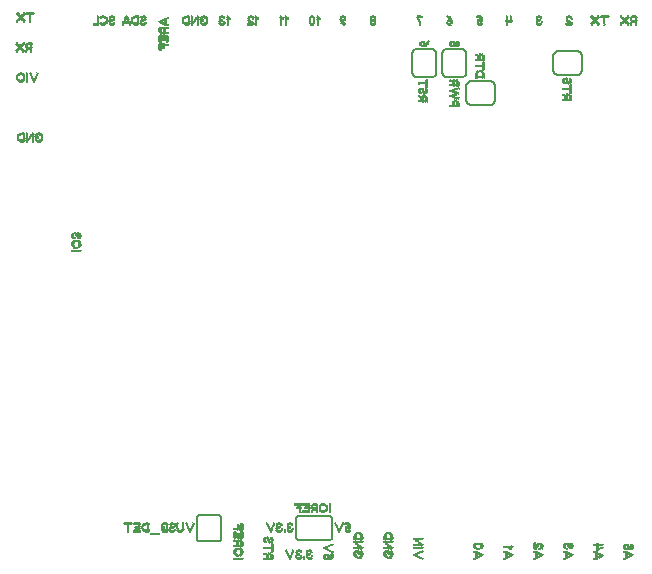
<source format=gbo>
G75*
%MOIN*%
%OFA0B0*%
%FSLAX25Y25*%
%IPPOS*%
%LPD*%
%AMOC8*
5,1,8,0,0,1.08239X$1,22.5*
%
%ADD10C,0.00600*%
%ADD11R,0.00236X0.00118*%
%ADD12R,0.00709X0.00118*%
%ADD13R,0.01063X0.00118*%
%ADD14R,0.01890X0.00118*%
%ADD15R,0.00709X0.00157*%
%ADD16R,0.01417X0.00157*%
%ADD17R,0.01654X0.00157*%
%ADD18R,0.02362X0.00157*%
%ADD19R,0.01772X0.00118*%
%ADD20R,0.02008X0.00118*%
%ADD21R,0.02480X0.00118*%
%ADD22R,0.00827X0.00118*%
%ADD23R,0.02126X0.00118*%
%ADD24R,0.02244X0.00118*%
%ADD25R,0.00827X0.00157*%
%ADD26R,0.02480X0.00157*%
%ADD27R,0.02598X0.00118*%
%ADD28R,0.02362X0.00118*%
%ADD29R,0.00945X0.00118*%
%ADD30R,0.00945X0.00157*%
%ADD31R,0.01654X0.00118*%
%ADD32R,0.02008X0.00157*%
%ADD33R,0.02126X0.00157*%
%ADD34R,0.01181X0.00118*%
%ADD35R,0.02598X0.00157*%
%ADD36R,0.00591X0.00118*%
%ADD37R,0.00354X0.00118*%
%ADD38R,0.00591X0.00157*%
%ADD39R,0.01772X0.00157*%
%ADD40R,0.01063X0.00157*%
%ADD41R,0.01417X0.00118*%
%ADD42R,0.01890X0.00157*%
%ADD43R,0.01535X0.00118*%
%ADD44R,0.01299X0.00118*%
%ADD45R,0.01181X0.00157*%
%ADD46R,0.01535X0.00157*%
%ADD47R,0.00472X0.00118*%
%ADD48R,0.01299X0.00157*%
%ADD49R,0.00472X0.00157*%
%ADD50R,0.00354X0.00157*%
%ADD51R,0.02244X0.00157*%
%ADD52R,0.00118X0.01063*%
%ADD53R,0.00118X0.00236*%
%ADD54R,0.00118X0.00354*%
%ADD55R,0.00157X0.01772*%
%ADD56R,0.00157X0.00709*%
%ADD57R,0.00157X0.00472*%
%ADD58R,0.00118X0.02008*%
%ADD59R,0.00118X0.00827*%
%ADD60R,0.00118X0.00709*%
%ADD61R,0.00118X0.02126*%
%ADD62R,0.00118X0.02244*%
%ADD63R,0.00118X0.00945*%
%ADD64R,0.00157X0.02244*%
%ADD65R,0.00157X0.00827*%
%ADD66R,0.00157X0.00945*%
%ADD67R,0.00157X0.02362*%
%ADD68R,0.00118X0.02362*%
%ADD69R,0.00118X0.01181*%
%ADD70R,0.00157X0.01299*%
%ADD71R,0.00118X0.01417*%
%ADD72R,0.00118X0.01535*%
%ADD73R,0.00157X0.03307*%
%ADD74R,0.00157X0.02480*%
%ADD75R,0.00118X0.03307*%
%ADD76R,0.00157X0.02008*%
%ADD77R,0.00157X0.01417*%
%ADD78R,0.00118X0.01772*%
%ADD79R,0.00118X0.00472*%
%ADD80R,0.00118X0.00591*%
%ADD81R,0.00118X0.02598*%
%ADD82R,0.00157X0.02953*%
%ADD83R,0.00118X0.01654*%
%ADD84R,0.00118X0.03071*%
%ADD85R,0.00118X0.02953*%
%ADD86R,0.00157X0.01890*%
%ADD87R,0.00157X0.02835*%
%ADD88R,0.00157X0.02126*%
%ADD89R,0.00157X0.01535*%
%ADD90R,0.00118X0.00118*%
%ADD91R,0.00118X0.01299*%
%ADD92R,0.00157X0.01654*%
%ADD93R,0.00118X0.01890*%
%ADD94R,0.00157X0.01063*%
%ADD95R,0.00157X0.00118*%
%ADD96R,0.00118X0.02480*%
%ADD97R,0.00157X0.03071*%
%ADD98R,0.02953X0.00157*%
%ADD99R,0.03071X0.00118*%
%ADD100R,0.05551X0.00118*%
%ADD101R,0.02953X0.00118*%
%ADD102R,0.02835X0.00157*%
%ADD103R,0.03307X0.00118*%
%ADD104R,0.03425X0.00118*%
%ADD105R,0.00157X0.00591*%
%ADD106R,0.00118X0.02835*%
%ADD107R,0.00118X0.02717*%
%ADD108R,0.00157X0.01181*%
%ADD109R,0.00157X0.02598*%
%ADD110R,0.02717X0.00118*%
%ADD111R,0.02835X0.00118*%
%ADD112R,0.00118X0.00157*%
D10*
X0134333Y0056600D02*
X0134333Y0063400D01*
X0134335Y0063460D01*
X0134340Y0063521D01*
X0134349Y0063580D01*
X0134362Y0063639D01*
X0134378Y0063698D01*
X0134398Y0063755D01*
X0134421Y0063810D01*
X0134448Y0063865D01*
X0134477Y0063917D01*
X0134510Y0063968D01*
X0134546Y0064017D01*
X0134584Y0064063D01*
X0134626Y0064107D01*
X0134670Y0064149D01*
X0134716Y0064187D01*
X0134765Y0064223D01*
X0134816Y0064256D01*
X0134868Y0064285D01*
X0134923Y0064312D01*
X0134978Y0064335D01*
X0135035Y0064355D01*
X0135094Y0064371D01*
X0135153Y0064384D01*
X0135212Y0064393D01*
X0135273Y0064398D01*
X0135333Y0064400D01*
X0141333Y0064400D01*
X0141393Y0064398D01*
X0141454Y0064393D01*
X0141513Y0064384D01*
X0141572Y0064371D01*
X0141631Y0064355D01*
X0141688Y0064335D01*
X0141743Y0064312D01*
X0141798Y0064285D01*
X0141850Y0064256D01*
X0141901Y0064223D01*
X0141950Y0064187D01*
X0141996Y0064149D01*
X0142040Y0064107D01*
X0142082Y0064063D01*
X0142120Y0064017D01*
X0142156Y0063968D01*
X0142189Y0063917D01*
X0142218Y0063865D01*
X0142245Y0063810D01*
X0142268Y0063755D01*
X0142288Y0063698D01*
X0142304Y0063639D01*
X0142317Y0063580D01*
X0142326Y0063521D01*
X0142331Y0063460D01*
X0142333Y0063400D01*
X0142333Y0056600D01*
X0142331Y0056540D01*
X0142326Y0056479D01*
X0142317Y0056420D01*
X0142304Y0056361D01*
X0142288Y0056302D01*
X0142268Y0056245D01*
X0142245Y0056190D01*
X0142218Y0056135D01*
X0142189Y0056083D01*
X0142156Y0056032D01*
X0142120Y0055983D01*
X0142082Y0055937D01*
X0142040Y0055893D01*
X0141996Y0055851D01*
X0141950Y0055813D01*
X0141901Y0055777D01*
X0141850Y0055744D01*
X0141798Y0055715D01*
X0141743Y0055688D01*
X0141688Y0055665D01*
X0141631Y0055645D01*
X0141572Y0055629D01*
X0141513Y0055616D01*
X0141454Y0055607D01*
X0141393Y0055602D01*
X0141333Y0055600D01*
X0135333Y0055600D01*
X0135273Y0055602D01*
X0135212Y0055607D01*
X0135153Y0055616D01*
X0135094Y0055629D01*
X0135035Y0055645D01*
X0134978Y0055665D01*
X0134923Y0055688D01*
X0134868Y0055715D01*
X0134816Y0055744D01*
X0134765Y0055777D01*
X0134716Y0055813D01*
X0134670Y0055851D01*
X0134626Y0055893D01*
X0134584Y0055937D01*
X0134546Y0055983D01*
X0134510Y0056032D01*
X0134477Y0056083D01*
X0134448Y0056135D01*
X0134421Y0056190D01*
X0134398Y0056245D01*
X0134378Y0056302D01*
X0134362Y0056361D01*
X0134349Y0056420D01*
X0134340Y0056479D01*
X0134335Y0056540D01*
X0134333Y0056600D01*
X0167333Y0057000D02*
X0167333Y0063000D01*
X0167335Y0063060D01*
X0167340Y0063121D01*
X0167349Y0063180D01*
X0167362Y0063239D01*
X0167378Y0063298D01*
X0167398Y0063355D01*
X0167421Y0063410D01*
X0167448Y0063465D01*
X0167477Y0063517D01*
X0167510Y0063568D01*
X0167546Y0063617D01*
X0167584Y0063663D01*
X0167626Y0063707D01*
X0167670Y0063749D01*
X0167716Y0063787D01*
X0167765Y0063823D01*
X0167816Y0063856D01*
X0167868Y0063885D01*
X0167923Y0063912D01*
X0167978Y0063935D01*
X0168035Y0063955D01*
X0168094Y0063971D01*
X0168153Y0063984D01*
X0168212Y0063993D01*
X0168273Y0063998D01*
X0168333Y0064000D01*
X0178333Y0064000D01*
X0178393Y0063998D01*
X0178454Y0063993D01*
X0178513Y0063984D01*
X0178572Y0063971D01*
X0178631Y0063955D01*
X0178688Y0063935D01*
X0178743Y0063912D01*
X0178798Y0063885D01*
X0178850Y0063856D01*
X0178901Y0063823D01*
X0178950Y0063787D01*
X0178996Y0063749D01*
X0179040Y0063707D01*
X0179082Y0063663D01*
X0179120Y0063617D01*
X0179156Y0063568D01*
X0179189Y0063517D01*
X0179218Y0063465D01*
X0179245Y0063410D01*
X0179268Y0063355D01*
X0179288Y0063298D01*
X0179304Y0063239D01*
X0179317Y0063180D01*
X0179326Y0063121D01*
X0179331Y0063060D01*
X0179333Y0063000D01*
X0179333Y0057000D01*
X0179331Y0056940D01*
X0179326Y0056879D01*
X0179317Y0056820D01*
X0179304Y0056761D01*
X0179288Y0056702D01*
X0179268Y0056645D01*
X0179245Y0056590D01*
X0179218Y0056535D01*
X0179189Y0056483D01*
X0179156Y0056432D01*
X0179120Y0056383D01*
X0179082Y0056337D01*
X0179040Y0056293D01*
X0178996Y0056251D01*
X0178950Y0056213D01*
X0178901Y0056177D01*
X0178850Y0056144D01*
X0178798Y0056115D01*
X0178743Y0056088D01*
X0178688Y0056065D01*
X0178631Y0056045D01*
X0178572Y0056029D01*
X0178513Y0056016D01*
X0178454Y0056007D01*
X0178393Y0056002D01*
X0178333Y0056000D01*
X0168333Y0056000D01*
X0168273Y0056002D01*
X0168212Y0056007D01*
X0168153Y0056016D01*
X0168094Y0056029D01*
X0168035Y0056045D01*
X0167978Y0056065D01*
X0167923Y0056088D01*
X0167868Y0056115D01*
X0167816Y0056144D01*
X0167765Y0056177D01*
X0167716Y0056213D01*
X0167670Y0056251D01*
X0167626Y0056293D01*
X0167584Y0056337D01*
X0167546Y0056383D01*
X0167510Y0056432D01*
X0167477Y0056483D01*
X0167448Y0056535D01*
X0167421Y0056590D01*
X0167398Y0056645D01*
X0167378Y0056702D01*
X0167362Y0056761D01*
X0167349Y0056820D01*
X0167340Y0056879D01*
X0167335Y0056940D01*
X0167333Y0057000D01*
X0225833Y0201000D02*
X0231833Y0201000D01*
X0231916Y0201002D01*
X0231999Y0201008D01*
X0232082Y0201017D01*
X0232164Y0201031D01*
X0232245Y0201048D01*
X0232326Y0201069D01*
X0232405Y0201093D01*
X0232483Y0201122D01*
X0232560Y0201153D01*
X0232635Y0201189D01*
X0232709Y0201227D01*
X0232781Y0201270D01*
X0232850Y0201315D01*
X0232918Y0201364D01*
X0232983Y0201415D01*
X0233046Y0201470D01*
X0233106Y0201527D01*
X0233163Y0201587D01*
X0233218Y0201650D01*
X0233269Y0201715D01*
X0233318Y0201783D01*
X0233363Y0201852D01*
X0233406Y0201924D01*
X0233444Y0201998D01*
X0233480Y0202073D01*
X0233511Y0202150D01*
X0233540Y0202228D01*
X0233564Y0202307D01*
X0233585Y0202388D01*
X0233602Y0202469D01*
X0233616Y0202551D01*
X0233625Y0202634D01*
X0233631Y0202717D01*
X0233633Y0202800D01*
X0233633Y0207200D01*
X0233631Y0207283D01*
X0233625Y0207366D01*
X0233616Y0207449D01*
X0233602Y0207531D01*
X0233585Y0207612D01*
X0233564Y0207693D01*
X0233540Y0207772D01*
X0233511Y0207850D01*
X0233480Y0207927D01*
X0233444Y0208002D01*
X0233406Y0208076D01*
X0233363Y0208148D01*
X0233318Y0208217D01*
X0233269Y0208285D01*
X0233218Y0208350D01*
X0233163Y0208413D01*
X0233106Y0208473D01*
X0233046Y0208530D01*
X0232983Y0208585D01*
X0232918Y0208636D01*
X0232850Y0208685D01*
X0232781Y0208730D01*
X0232709Y0208773D01*
X0232635Y0208811D01*
X0232560Y0208847D01*
X0232483Y0208878D01*
X0232405Y0208907D01*
X0232326Y0208931D01*
X0232245Y0208952D01*
X0232164Y0208969D01*
X0232082Y0208983D01*
X0231999Y0208992D01*
X0231916Y0208998D01*
X0231833Y0209000D01*
X0225833Y0209000D01*
X0225750Y0208998D01*
X0225667Y0208992D01*
X0225584Y0208983D01*
X0225502Y0208969D01*
X0225421Y0208952D01*
X0225340Y0208931D01*
X0225261Y0208907D01*
X0225183Y0208878D01*
X0225106Y0208847D01*
X0225031Y0208811D01*
X0224957Y0208773D01*
X0224885Y0208730D01*
X0224816Y0208685D01*
X0224748Y0208636D01*
X0224683Y0208585D01*
X0224620Y0208530D01*
X0224560Y0208473D01*
X0224503Y0208413D01*
X0224448Y0208350D01*
X0224397Y0208285D01*
X0224348Y0208217D01*
X0224303Y0208148D01*
X0224260Y0208076D01*
X0224222Y0208002D01*
X0224186Y0207927D01*
X0224155Y0207850D01*
X0224126Y0207772D01*
X0224102Y0207693D01*
X0224081Y0207612D01*
X0224064Y0207531D01*
X0224050Y0207449D01*
X0224041Y0207366D01*
X0224035Y0207283D01*
X0224033Y0207200D01*
X0224033Y0202800D01*
X0224035Y0202717D01*
X0224041Y0202634D01*
X0224050Y0202551D01*
X0224064Y0202469D01*
X0224081Y0202388D01*
X0224102Y0202307D01*
X0224126Y0202228D01*
X0224155Y0202150D01*
X0224186Y0202073D01*
X0224222Y0201998D01*
X0224260Y0201924D01*
X0224303Y0201852D01*
X0224348Y0201783D01*
X0224397Y0201715D01*
X0224448Y0201650D01*
X0224503Y0201587D01*
X0224560Y0201527D01*
X0224620Y0201470D01*
X0224683Y0201415D01*
X0224748Y0201364D01*
X0224816Y0201315D01*
X0224885Y0201270D01*
X0224957Y0201227D01*
X0225031Y0201189D01*
X0225106Y0201153D01*
X0225183Y0201122D01*
X0225261Y0201093D01*
X0225340Y0201069D01*
X0225421Y0201048D01*
X0225502Y0201031D01*
X0225584Y0201017D01*
X0225667Y0201008D01*
X0225750Y0201002D01*
X0225833Y0201000D01*
X0222266Y0210200D02*
X0217866Y0210200D01*
X0217783Y0210202D01*
X0217700Y0210208D01*
X0217617Y0210217D01*
X0217535Y0210231D01*
X0217454Y0210248D01*
X0217373Y0210269D01*
X0217294Y0210293D01*
X0217216Y0210322D01*
X0217139Y0210353D01*
X0217064Y0210389D01*
X0216990Y0210427D01*
X0216918Y0210470D01*
X0216849Y0210515D01*
X0216781Y0210564D01*
X0216716Y0210615D01*
X0216653Y0210670D01*
X0216593Y0210727D01*
X0216536Y0210787D01*
X0216481Y0210850D01*
X0216430Y0210915D01*
X0216381Y0210983D01*
X0216336Y0211052D01*
X0216293Y0211124D01*
X0216255Y0211198D01*
X0216219Y0211273D01*
X0216188Y0211350D01*
X0216159Y0211428D01*
X0216135Y0211507D01*
X0216114Y0211588D01*
X0216097Y0211669D01*
X0216083Y0211751D01*
X0216074Y0211834D01*
X0216068Y0211917D01*
X0216066Y0212000D01*
X0216066Y0218000D01*
X0216068Y0218083D01*
X0216074Y0218166D01*
X0216083Y0218249D01*
X0216097Y0218331D01*
X0216114Y0218412D01*
X0216135Y0218493D01*
X0216159Y0218572D01*
X0216188Y0218650D01*
X0216219Y0218727D01*
X0216255Y0218802D01*
X0216293Y0218876D01*
X0216336Y0218948D01*
X0216381Y0219017D01*
X0216430Y0219085D01*
X0216481Y0219150D01*
X0216536Y0219213D01*
X0216593Y0219273D01*
X0216653Y0219330D01*
X0216716Y0219385D01*
X0216781Y0219436D01*
X0216849Y0219485D01*
X0216918Y0219530D01*
X0216990Y0219573D01*
X0217064Y0219611D01*
X0217139Y0219647D01*
X0217216Y0219678D01*
X0217294Y0219707D01*
X0217373Y0219731D01*
X0217454Y0219752D01*
X0217535Y0219769D01*
X0217617Y0219783D01*
X0217700Y0219792D01*
X0217783Y0219798D01*
X0217866Y0219800D01*
X0222266Y0219800D01*
X0222349Y0219798D01*
X0222432Y0219792D01*
X0222515Y0219783D01*
X0222597Y0219769D01*
X0222678Y0219752D01*
X0222759Y0219731D01*
X0222838Y0219707D01*
X0222916Y0219678D01*
X0222993Y0219647D01*
X0223068Y0219611D01*
X0223142Y0219573D01*
X0223214Y0219530D01*
X0223283Y0219485D01*
X0223351Y0219436D01*
X0223416Y0219385D01*
X0223479Y0219330D01*
X0223539Y0219273D01*
X0223596Y0219213D01*
X0223651Y0219150D01*
X0223702Y0219085D01*
X0223751Y0219017D01*
X0223796Y0218948D01*
X0223839Y0218876D01*
X0223877Y0218802D01*
X0223913Y0218727D01*
X0223944Y0218650D01*
X0223973Y0218572D01*
X0223997Y0218493D01*
X0224018Y0218412D01*
X0224035Y0218331D01*
X0224049Y0218249D01*
X0224058Y0218166D01*
X0224064Y0218083D01*
X0224066Y0218000D01*
X0224066Y0212000D01*
X0224064Y0211917D01*
X0224058Y0211834D01*
X0224049Y0211751D01*
X0224035Y0211669D01*
X0224018Y0211588D01*
X0223997Y0211507D01*
X0223973Y0211428D01*
X0223944Y0211350D01*
X0223913Y0211273D01*
X0223877Y0211198D01*
X0223839Y0211124D01*
X0223796Y0211052D01*
X0223751Y0210983D01*
X0223702Y0210915D01*
X0223651Y0210850D01*
X0223596Y0210787D01*
X0223539Y0210727D01*
X0223479Y0210670D01*
X0223416Y0210615D01*
X0223351Y0210564D01*
X0223283Y0210515D01*
X0223214Y0210470D01*
X0223142Y0210427D01*
X0223068Y0210389D01*
X0222993Y0210353D01*
X0222916Y0210322D01*
X0222838Y0210293D01*
X0222759Y0210269D01*
X0222678Y0210248D01*
X0222597Y0210231D01*
X0222515Y0210217D01*
X0222432Y0210208D01*
X0222349Y0210202D01*
X0222266Y0210200D01*
X0214066Y0212000D02*
X0214066Y0218000D01*
X0214064Y0218083D01*
X0214058Y0218166D01*
X0214049Y0218249D01*
X0214035Y0218331D01*
X0214018Y0218412D01*
X0213997Y0218493D01*
X0213973Y0218572D01*
X0213944Y0218650D01*
X0213913Y0218727D01*
X0213877Y0218802D01*
X0213839Y0218876D01*
X0213796Y0218948D01*
X0213751Y0219017D01*
X0213702Y0219085D01*
X0213651Y0219150D01*
X0213596Y0219213D01*
X0213539Y0219273D01*
X0213479Y0219330D01*
X0213416Y0219385D01*
X0213351Y0219436D01*
X0213283Y0219485D01*
X0213214Y0219530D01*
X0213142Y0219573D01*
X0213068Y0219611D01*
X0212993Y0219647D01*
X0212916Y0219678D01*
X0212838Y0219707D01*
X0212759Y0219731D01*
X0212678Y0219752D01*
X0212597Y0219769D01*
X0212515Y0219783D01*
X0212432Y0219792D01*
X0212349Y0219798D01*
X0212266Y0219800D01*
X0207866Y0219800D01*
X0207783Y0219798D01*
X0207700Y0219792D01*
X0207617Y0219783D01*
X0207535Y0219769D01*
X0207454Y0219752D01*
X0207373Y0219731D01*
X0207294Y0219707D01*
X0207216Y0219678D01*
X0207139Y0219647D01*
X0207064Y0219611D01*
X0206990Y0219573D01*
X0206918Y0219530D01*
X0206849Y0219485D01*
X0206781Y0219436D01*
X0206716Y0219385D01*
X0206653Y0219330D01*
X0206593Y0219273D01*
X0206536Y0219213D01*
X0206481Y0219150D01*
X0206430Y0219085D01*
X0206381Y0219017D01*
X0206336Y0218948D01*
X0206293Y0218876D01*
X0206255Y0218802D01*
X0206219Y0218727D01*
X0206188Y0218650D01*
X0206159Y0218572D01*
X0206135Y0218493D01*
X0206114Y0218412D01*
X0206097Y0218331D01*
X0206083Y0218249D01*
X0206074Y0218166D01*
X0206068Y0218083D01*
X0206066Y0218000D01*
X0206066Y0212000D01*
X0206068Y0211917D01*
X0206074Y0211834D01*
X0206083Y0211751D01*
X0206097Y0211669D01*
X0206114Y0211588D01*
X0206135Y0211507D01*
X0206159Y0211428D01*
X0206188Y0211350D01*
X0206219Y0211273D01*
X0206255Y0211198D01*
X0206293Y0211124D01*
X0206336Y0211052D01*
X0206381Y0210983D01*
X0206430Y0210915D01*
X0206481Y0210850D01*
X0206536Y0210787D01*
X0206593Y0210727D01*
X0206653Y0210670D01*
X0206716Y0210615D01*
X0206781Y0210564D01*
X0206849Y0210515D01*
X0206918Y0210470D01*
X0206990Y0210427D01*
X0207064Y0210389D01*
X0207139Y0210353D01*
X0207216Y0210322D01*
X0207294Y0210293D01*
X0207373Y0210269D01*
X0207454Y0210248D01*
X0207535Y0210231D01*
X0207617Y0210217D01*
X0207700Y0210208D01*
X0207783Y0210202D01*
X0207866Y0210200D01*
X0212266Y0210200D01*
X0212349Y0210202D01*
X0212432Y0210208D01*
X0212515Y0210217D01*
X0212597Y0210231D01*
X0212678Y0210248D01*
X0212759Y0210269D01*
X0212838Y0210293D01*
X0212916Y0210322D01*
X0212993Y0210353D01*
X0213068Y0210389D01*
X0213142Y0210427D01*
X0213214Y0210470D01*
X0213283Y0210515D01*
X0213351Y0210564D01*
X0213416Y0210615D01*
X0213479Y0210670D01*
X0213539Y0210727D01*
X0213596Y0210787D01*
X0213651Y0210850D01*
X0213702Y0210915D01*
X0213751Y0210983D01*
X0213796Y0211052D01*
X0213839Y0211124D01*
X0213877Y0211198D01*
X0213913Y0211273D01*
X0213944Y0211350D01*
X0213973Y0211428D01*
X0213997Y0211507D01*
X0214018Y0211588D01*
X0214035Y0211669D01*
X0214049Y0211751D01*
X0214058Y0211834D01*
X0214064Y0211917D01*
X0214066Y0212000D01*
X0253033Y0212800D02*
X0253033Y0217200D01*
X0253035Y0217283D01*
X0253041Y0217366D01*
X0253050Y0217449D01*
X0253064Y0217531D01*
X0253081Y0217612D01*
X0253102Y0217693D01*
X0253126Y0217772D01*
X0253155Y0217850D01*
X0253186Y0217927D01*
X0253222Y0218002D01*
X0253260Y0218076D01*
X0253303Y0218148D01*
X0253348Y0218217D01*
X0253397Y0218285D01*
X0253448Y0218350D01*
X0253503Y0218413D01*
X0253560Y0218473D01*
X0253620Y0218530D01*
X0253683Y0218585D01*
X0253748Y0218636D01*
X0253816Y0218685D01*
X0253885Y0218730D01*
X0253957Y0218773D01*
X0254031Y0218811D01*
X0254106Y0218847D01*
X0254183Y0218878D01*
X0254261Y0218907D01*
X0254340Y0218931D01*
X0254421Y0218952D01*
X0254502Y0218969D01*
X0254584Y0218983D01*
X0254667Y0218992D01*
X0254750Y0218998D01*
X0254833Y0219000D01*
X0260833Y0219000D01*
X0260916Y0218998D01*
X0260999Y0218992D01*
X0261082Y0218983D01*
X0261164Y0218969D01*
X0261245Y0218952D01*
X0261326Y0218931D01*
X0261405Y0218907D01*
X0261483Y0218878D01*
X0261560Y0218847D01*
X0261635Y0218811D01*
X0261709Y0218773D01*
X0261781Y0218730D01*
X0261850Y0218685D01*
X0261918Y0218636D01*
X0261983Y0218585D01*
X0262046Y0218530D01*
X0262106Y0218473D01*
X0262163Y0218413D01*
X0262218Y0218350D01*
X0262269Y0218285D01*
X0262318Y0218217D01*
X0262363Y0218148D01*
X0262406Y0218076D01*
X0262444Y0218002D01*
X0262480Y0217927D01*
X0262511Y0217850D01*
X0262540Y0217772D01*
X0262564Y0217693D01*
X0262585Y0217612D01*
X0262602Y0217531D01*
X0262616Y0217449D01*
X0262625Y0217366D01*
X0262631Y0217283D01*
X0262633Y0217200D01*
X0262633Y0212800D01*
X0262631Y0212717D01*
X0262625Y0212634D01*
X0262616Y0212551D01*
X0262602Y0212469D01*
X0262585Y0212388D01*
X0262564Y0212307D01*
X0262540Y0212228D01*
X0262511Y0212150D01*
X0262480Y0212073D01*
X0262444Y0211998D01*
X0262406Y0211924D01*
X0262363Y0211852D01*
X0262318Y0211783D01*
X0262269Y0211715D01*
X0262218Y0211650D01*
X0262163Y0211587D01*
X0262106Y0211527D01*
X0262046Y0211470D01*
X0261983Y0211415D01*
X0261918Y0211364D01*
X0261850Y0211315D01*
X0261781Y0211270D01*
X0261709Y0211227D01*
X0261635Y0211189D01*
X0261560Y0211153D01*
X0261483Y0211122D01*
X0261405Y0211093D01*
X0261326Y0211069D01*
X0261245Y0211048D01*
X0261164Y0211031D01*
X0261082Y0211017D01*
X0260999Y0211008D01*
X0260916Y0211002D01*
X0260833Y0211000D01*
X0254833Y0211000D01*
X0254750Y0211002D01*
X0254667Y0211008D01*
X0254584Y0211017D01*
X0254502Y0211031D01*
X0254421Y0211048D01*
X0254340Y0211069D01*
X0254261Y0211093D01*
X0254183Y0211122D01*
X0254106Y0211153D01*
X0254031Y0211189D01*
X0253957Y0211227D01*
X0253885Y0211270D01*
X0253816Y0211315D01*
X0253748Y0211364D01*
X0253683Y0211415D01*
X0253620Y0211470D01*
X0253560Y0211527D01*
X0253503Y0211587D01*
X0253448Y0211650D01*
X0253397Y0211715D01*
X0253348Y0211783D01*
X0253303Y0211852D01*
X0253260Y0211924D01*
X0253222Y0211998D01*
X0253186Y0212073D01*
X0253155Y0212150D01*
X0253126Y0212228D01*
X0253102Y0212307D01*
X0253081Y0212388D01*
X0253064Y0212469D01*
X0253050Y0212551D01*
X0253041Y0212634D01*
X0253035Y0212717D01*
X0253033Y0212800D01*
D11*
X0238908Y0230555D03*
X0237727Y0230555D03*
X0229144Y0228272D03*
X0217845Y0230555D03*
X0183054Y0228665D03*
X0163963Y0230555D03*
X0136581Y0227327D03*
X0116436Y0227327D03*
X0105936Y0227327D03*
X0102983Y0227327D03*
X0081144Y0211555D03*
X0078900Y0211555D03*
X0081581Y0188327D03*
X0178644Y0068055D03*
X0180538Y0061555D03*
X0185144Y0059272D03*
X0166403Y0052555D03*
X0164159Y0052555D03*
X0160003Y0061555D03*
X0157759Y0061555D03*
X0133144Y0061555D03*
X0130900Y0061555D03*
X0127829Y0061555D03*
X0126176Y0058327D03*
D12*
X0126885Y0059272D03*
X0125585Y0060807D03*
X0122633Y0059390D03*
X0116136Y0059783D03*
X0116136Y0059862D03*
X0116136Y0060138D03*
X0115073Y0060610D03*
X0115073Y0060728D03*
X0115073Y0059390D03*
X0115073Y0059272D03*
X0111412Y0058720D03*
X0130782Y0061280D03*
X0157640Y0061280D03*
X0161066Y0060610D03*
X0161774Y0061555D03*
X0162483Y0060610D03*
X0162601Y0059390D03*
X0164609Y0059272D03*
X0165436Y0061555D03*
X0168174Y0052555D03*
X0167466Y0051610D03*
X0168883Y0051610D03*
X0169001Y0050390D03*
X0171009Y0050272D03*
X0171836Y0052555D03*
X0164040Y0052280D03*
X0182192Y0059665D03*
X0182900Y0061280D03*
X0185026Y0060728D03*
X0185144Y0059193D03*
X0177581Y0066283D03*
X0177581Y0066362D03*
X0177581Y0066638D03*
X0178644Y0067780D03*
X0176400Y0068055D03*
X0077684Y0191280D03*
X0074613Y0190138D03*
X0074613Y0189862D03*
X0074613Y0189783D03*
X0074412Y0209783D03*
X0075593Y0211555D03*
X0078782Y0211280D03*
X0079491Y0209665D03*
X0078699Y0228720D03*
X0102392Y0228193D03*
X0105463Y0229807D03*
X0106644Y0229728D03*
X0110766Y0230280D03*
X0115963Y0229807D03*
X0117144Y0229610D03*
X0117144Y0228272D03*
X0129613Y0228783D03*
X0129613Y0228862D03*
X0129613Y0229138D03*
X0132684Y0230280D03*
X0142664Y0230555D03*
X0143491Y0228390D03*
X0152282Y0230555D03*
X0152991Y0229335D03*
X0152991Y0229217D03*
X0152991Y0229138D03*
X0172664Y0230555D03*
X0192345Y0229728D03*
X0192345Y0229610D03*
X0193644Y0229728D03*
X0208790Y0227839D03*
X0208790Y0227720D03*
X0208790Y0227445D03*
X0219144Y0228193D03*
X0227845Y0228390D03*
X0229026Y0228665D03*
X0229026Y0229610D03*
X0229026Y0229728D03*
X0249054Y0229610D03*
X0258436Y0230555D03*
X0270199Y0227720D03*
D13*
X0268014Y0227917D03*
X0267778Y0228193D03*
X0267660Y0228272D03*
X0266361Y0228272D03*
X0266125Y0227917D03*
X0266007Y0227839D03*
X0266479Y0229610D03*
X0266361Y0229728D03*
X0266243Y0229807D03*
X0266007Y0230201D03*
X0267660Y0229610D03*
X0267778Y0229807D03*
X0268014Y0230083D03*
X0275861Y0230083D03*
X0276097Y0229807D03*
X0276215Y0229728D03*
X0276333Y0229610D03*
X0277514Y0229728D03*
X0277633Y0229807D03*
X0277869Y0230083D03*
X0277514Y0228272D03*
X0277633Y0228193D03*
X0277869Y0227917D03*
X0276215Y0228272D03*
X0276097Y0228193D03*
X0275979Y0227917D03*
X0275861Y0227839D03*
X0280113Y0230555D03*
X0257904Y0228862D03*
X0218731Y0229728D03*
X0218495Y0227445D03*
X0192995Y0227445D03*
X0182404Y0229335D03*
X0174613Y0230083D03*
X0164140Y0230083D03*
X0162369Y0230083D03*
X0154113Y0230083D03*
X0151751Y0228862D03*
X0144613Y0230083D03*
X0142014Y0228665D03*
X0137467Y0229728D03*
X0137349Y0228193D03*
X0134514Y0230083D03*
X0132743Y0227839D03*
X0116967Y0229335D03*
X0114251Y0230555D03*
X0112951Y0228272D03*
X0106467Y0229335D03*
X0105995Y0227445D03*
X0103987Y0228272D03*
X0078613Y0221555D03*
X0076369Y0221083D03*
X0076133Y0220807D03*
X0076014Y0220728D03*
X0074833Y0220610D03*
X0074715Y0220728D03*
X0074597Y0220807D03*
X0074361Y0221083D03*
X0074715Y0219272D03*
X0074597Y0219193D03*
X0074479Y0218917D03*
X0074361Y0218839D03*
X0076014Y0219272D03*
X0076133Y0219193D03*
X0076369Y0218917D03*
X0074707Y0210728D03*
X0076361Y0209193D03*
X0079514Y0191083D03*
X0077743Y0188839D03*
X0082349Y0189193D03*
X0082467Y0190728D03*
X0076514Y0228917D03*
X0076278Y0229193D03*
X0076160Y0229272D03*
X0074861Y0229272D03*
X0074625Y0228917D03*
X0074507Y0228839D03*
X0074979Y0230610D03*
X0074861Y0230728D03*
X0074743Y0230807D03*
X0074507Y0231201D03*
X0076160Y0230610D03*
X0076278Y0230807D03*
X0076514Y0231083D03*
X0173743Y0068055D03*
X0175514Y0067228D03*
X0175633Y0065693D03*
X0177286Y0067228D03*
X0181660Y0058917D03*
X0184613Y0058445D03*
X0167525Y0050665D03*
X0165281Y0049917D03*
X0165281Y0049839D03*
X0161125Y0059665D03*
X0158881Y0058917D03*
X0158881Y0058839D03*
X0132022Y0058839D03*
X0132022Y0058917D03*
X0129542Y0059193D03*
X0126117Y0058445D03*
D14*
X0128774Y0058720D03*
X0126176Y0061201D03*
X0114483Y0060217D03*
X0114483Y0060138D03*
X0114483Y0059783D03*
X0114483Y0059665D03*
X0114247Y0061555D03*
X0161774Y0061201D03*
X0161774Y0058720D03*
X0165436Y0058720D03*
X0168174Y0052201D03*
X0168174Y0049720D03*
X0171836Y0049720D03*
X0184554Y0059862D03*
X0184436Y0061083D03*
X0184436Y0061201D03*
X0184436Y0061280D03*
X0170967Y0066165D03*
X0170967Y0066717D03*
X0170731Y0068055D03*
X0168014Y0068055D03*
X0168251Y0066717D03*
X0168251Y0066165D03*
X0081581Y0191280D03*
X0116436Y0227720D03*
X0116436Y0230083D03*
X0116436Y0230201D03*
X0105936Y0230201D03*
X0136581Y0230280D03*
X0142664Y0230201D03*
X0142664Y0230083D03*
X0142664Y0227720D03*
X0172664Y0227839D03*
X0172664Y0230083D03*
X0182818Y0228862D03*
X0183054Y0230083D03*
X0218436Y0227839D03*
X0228554Y0227839D03*
X0228554Y0228862D03*
X0228436Y0230083D03*
X0228436Y0230201D03*
X0248463Y0227720D03*
X0258436Y0230083D03*
D15*
X0265948Y0230417D03*
X0265948Y0227583D03*
X0268192Y0227583D03*
X0270199Y0227583D03*
X0275802Y0227583D03*
X0277928Y0227583D03*
X0278873Y0227583D03*
X0275802Y0230417D03*
X0237727Y0230417D03*
X0208790Y0227583D03*
X0163963Y0227583D03*
X0163963Y0230417D03*
X0162192Y0230417D03*
X0152991Y0229472D03*
X0151455Y0229472D03*
X0132684Y0230417D03*
X0132684Y0227583D03*
X0111948Y0227583D03*
X0109585Y0227583D03*
X0078699Y0228583D03*
X0076692Y0228583D03*
X0074448Y0228583D03*
X0074448Y0231417D03*
X0074302Y0221417D03*
X0074302Y0218583D03*
X0076428Y0218583D03*
X0077373Y0218583D03*
X0077719Y0211417D03*
X0079963Y0208583D03*
X0077684Y0191417D03*
X0077684Y0188583D03*
X0178644Y0067917D03*
X0177581Y0066500D03*
X0178644Y0065083D03*
X0172503Y0065083D03*
X0168841Y0065083D03*
X0181719Y0058583D03*
X0127829Y0061417D03*
X0122633Y0059528D03*
X0115073Y0059528D03*
X0115073Y0060472D03*
X0111412Y0058583D03*
D16*
X0176400Y0067917D03*
X0081109Y0190000D03*
X0081581Y0191417D03*
X0079337Y0190472D03*
X0105936Y0230417D03*
X0116436Y0230417D03*
X0134337Y0229472D03*
X0136109Y0229000D03*
X0136581Y0230417D03*
X0152164Y0228528D03*
X0172664Y0227583D03*
X0218436Y0227583D03*
D17*
X0218318Y0229945D03*
X0228436Y0230417D03*
X0280054Y0230417D03*
X0142664Y0227583D03*
X0131030Y0230417D03*
X0102983Y0227583D03*
X0078554Y0221417D03*
X0079963Y0209528D03*
X0075593Y0208583D03*
X0076030Y0191417D03*
X0173684Y0067917D03*
X0176400Y0065083D03*
X0181719Y0059528D03*
X0184436Y0061417D03*
X0171836Y0049583D03*
X0168174Y0049583D03*
X0165222Y0050528D03*
X0165436Y0058583D03*
X0161774Y0058583D03*
X0158822Y0059528D03*
X0131963Y0059528D03*
X0117554Y0061417D03*
D18*
X0114247Y0061417D03*
X0114247Y0060945D03*
X0114247Y0059055D03*
X0114247Y0058583D03*
X0123577Y0060945D03*
X0128774Y0059055D03*
X0161774Y0059055D03*
X0168174Y0050055D03*
X0170731Y0065555D03*
X0170731Y0067917D03*
X0168014Y0067917D03*
X0173448Y0067445D03*
X0173448Y0066500D03*
X0081699Y0190945D03*
X0078318Y0220000D03*
X0078318Y0220945D03*
X0103101Y0229945D03*
X0113837Y0229945D03*
X0136699Y0229945D03*
X0142664Y0228055D03*
X0152164Y0228055D03*
X0152164Y0227583D03*
X0238436Y0228528D03*
X0258318Y0228055D03*
X0258318Y0227583D03*
X0279818Y0229000D03*
X0279818Y0229945D03*
D19*
X0276924Y0229335D03*
X0267070Y0229335D03*
X0258377Y0230201D03*
X0248404Y0230201D03*
X0228613Y0229138D03*
X0228495Y0229807D03*
X0228377Y0230280D03*
X0228613Y0227720D03*
X0192995Y0227720D03*
X0192995Y0229138D03*
X0192995Y0229217D03*
X0192995Y0230201D03*
X0182995Y0230201D03*
X0152223Y0230201D03*
X0134160Y0229138D03*
X0133097Y0228783D03*
X0116495Y0229138D03*
X0116259Y0228862D03*
X0110825Y0229217D03*
X0105995Y0229138D03*
X0105759Y0228862D03*
X0105995Y0227720D03*
X0103042Y0230280D03*
X0075570Y0230335D03*
X0075424Y0220335D03*
X0075534Y0211280D03*
X0079160Y0190138D03*
X0078097Y0189783D03*
X0176459Y0067780D03*
X0184495Y0060807D03*
X0184613Y0060138D03*
X0184613Y0058720D03*
X0171777Y0052201D03*
X0165377Y0061201D03*
X0126235Y0060138D03*
X0125999Y0059862D03*
X0126117Y0058720D03*
X0123755Y0058445D03*
D20*
X0126117Y0058839D03*
X0126117Y0061083D03*
X0117495Y0061280D03*
X0114424Y0059862D03*
X0161833Y0061083D03*
X0165377Y0061083D03*
X0165377Y0058839D03*
X0168233Y0052083D03*
X0171777Y0052083D03*
X0171777Y0049839D03*
X0184613Y0058839D03*
X0184613Y0058917D03*
X0184495Y0059783D03*
X0176459Y0065220D03*
X0176459Y0067701D03*
X0173625Y0067780D03*
X0170908Y0066638D03*
X0170908Y0066362D03*
X0170908Y0066283D03*
X0168192Y0066283D03*
X0168192Y0066362D03*
X0168192Y0066638D03*
X0081522Y0188720D03*
X0075971Y0191280D03*
X0075534Y0208720D03*
X0075534Y0211201D03*
X0078495Y0221280D03*
X0103042Y0227720D03*
X0105995Y0227839D03*
X0105995Y0230083D03*
X0114014Y0230280D03*
X0116495Y0227839D03*
X0130971Y0230280D03*
X0136522Y0227720D03*
X0152223Y0228193D03*
X0152223Y0230083D03*
X0172723Y0227917D03*
X0192995Y0227917D03*
X0192995Y0227839D03*
X0192995Y0228783D03*
X0192995Y0228862D03*
X0192995Y0229335D03*
X0192995Y0230083D03*
X0218495Y0227917D03*
X0218613Y0228862D03*
X0228495Y0228783D03*
X0228613Y0227917D03*
X0238259Y0228272D03*
X0248404Y0227839D03*
X0248404Y0230083D03*
X0258495Y0228193D03*
X0279995Y0230280D03*
D21*
X0258377Y0227917D03*
X0258377Y0227839D03*
X0258377Y0227720D03*
X0130735Y0229807D03*
X0113778Y0229807D03*
X0113778Y0228193D03*
X0103160Y0229807D03*
X0075534Y0208917D03*
X0075735Y0190807D03*
X0167955Y0067780D03*
X0167955Y0067701D03*
X0167955Y0067583D03*
X0170672Y0067583D03*
X0170672Y0067701D03*
X0170672Y0067780D03*
X0170672Y0065417D03*
X0170672Y0065339D03*
X0170672Y0065220D03*
X0176459Y0065417D03*
X0123518Y0059193D03*
X0117259Y0060807D03*
X0114188Y0061083D03*
X0114188Y0058839D03*
X0114188Y0058720D03*
D22*
X0116196Y0059665D03*
X0116196Y0060217D03*
X0116196Y0060335D03*
X0118085Y0060335D03*
X0118085Y0060217D03*
X0118085Y0060138D03*
X0118085Y0059862D03*
X0118085Y0059783D03*
X0118085Y0059665D03*
X0118085Y0059390D03*
X0118085Y0059272D03*
X0118085Y0060610D03*
X0118085Y0060728D03*
X0111353Y0060728D03*
X0111353Y0060807D03*
X0111353Y0060610D03*
X0111353Y0060335D03*
X0111353Y0060217D03*
X0111353Y0060138D03*
X0111353Y0059862D03*
X0111353Y0059783D03*
X0111353Y0059665D03*
X0111353Y0059390D03*
X0111353Y0059272D03*
X0111353Y0059193D03*
X0111353Y0058917D03*
X0111353Y0058839D03*
X0122692Y0059272D03*
X0122692Y0059665D03*
X0122692Y0060610D03*
X0124345Y0060610D03*
X0124345Y0060728D03*
X0124345Y0060335D03*
X0124345Y0060217D03*
X0124345Y0060138D03*
X0124345Y0059862D03*
X0124345Y0059783D03*
X0124345Y0059665D03*
X0124345Y0059390D03*
X0124345Y0059272D03*
X0125408Y0059272D03*
X0125408Y0059193D03*
X0125408Y0059390D03*
X0126825Y0059193D03*
X0127770Y0059665D03*
X0127770Y0059783D03*
X0127770Y0059862D03*
X0127770Y0060138D03*
X0127770Y0060217D03*
X0127770Y0060335D03*
X0127770Y0060610D03*
X0127770Y0060728D03*
X0127770Y0060807D03*
X0127770Y0061083D03*
X0127770Y0061201D03*
X0127770Y0061280D03*
X0126825Y0060728D03*
X0126825Y0060610D03*
X0126117Y0061555D03*
X0127888Y0059390D03*
X0129660Y0059390D03*
X0129660Y0059272D03*
X0129778Y0059665D03*
X0129778Y0059783D03*
X0129778Y0059862D03*
X0129778Y0060138D03*
X0129778Y0060217D03*
X0129778Y0060335D03*
X0129778Y0060610D03*
X0129778Y0060728D03*
X0129778Y0060807D03*
X0129778Y0061083D03*
X0129778Y0061201D03*
X0129778Y0061280D03*
X0130841Y0061201D03*
X0130841Y0061083D03*
X0130959Y0060807D03*
X0131077Y0060610D03*
X0131196Y0060335D03*
X0131196Y0060217D03*
X0131314Y0060138D03*
X0131432Y0059862D03*
X0131432Y0059783D03*
X0131550Y0059665D03*
X0132495Y0059665D03*
X0132495Y0059783D03*
X0132613Y0059862D03*
X0132731Y0060138D03*
X0132731Y0060217D03*
X0132849Y0060335D03*
X0132967Y0060610D03*
X0132967Y0060728D03*
X0133085Y0060807D03*
X0133203Y0061083D03*
X0133203Y0061201D03*
X0133203Y0061280D03*
X0132022Y0058720D03*
X0157699Y0061083D03*
X0157699Y0061201D03*
X0157818Y0060807D03*
X0157936Y0060610D03*
X0158054Y0060335D03*
X0158054Y0060217D03*
X0158172Y0060138D03*
X0158290Y0059862D03*
X0158290Y0059783D03*
X0158408Y0059665D03*
X0159353Y0059665D03*
X0159353Y0059783D03*
X0159471Y0059862D03*
X0159589Y0060138D03*
X0159589Y0060217D03*
X0159707Y0060335D03*
X0159825Y0060610D03*
X0159825Y0060728D03*
X0159944Y0060807D03*
X0160062Y0061083D03*
X0160062Y0061201D03*
X0160062Y0061280D03*
X0161125Y0060728D03*
X0162424Y0060728D03*
X0162542Y0059272D03*
X0162542Y0059193D03*
X0163605Y0058917D03*
X0163605Y0058839D03*
X0163605Y0058720D03*
X0164550Y0059390D03*
X0164668Y0059193D03*
X0164668Y0060610D03*
X0164668Y0060728D03*
X0166085Y0060728D03*
X0166203Y0059390D03*
X0166203Y0059272D03*
X0161007Y0059272D03*
X0161007Y0059390D03*
X0158881Y0058720D03*
X0164099Y0052201D03*
X0164099Y0052083D03*
X0164218Y0051807D03*
X0164336Y0051610D03*
X0164454Y0051335D03*
X0164454Y0051217D03*
X0164572Y0051138D03*
X0164690Y0050862D03*
X0164690Y0050783D03*
X0164808Y0050665D03*
X0165753Y0050665D03*
X0165753Y0050783D03*
X0165871Y0050862D03*
X0165989Y0051138D03*
X0165989Y0051217D03*
X0166107Y0051335D03*
X0166225Y0051610D03*
X0166225Y0051728D03*
X0166344Y0051807D03*
X0166462Y0052083D03*
X0166462Y0052201D03*
X0166462Y0052280D03*
X0167525Y0051728D03*
X0168824Y0051728D03*
X0168942Y0050272D03*
X0168942Y0050193D03*
X0170005Y0049917D03*
X0170005Y0049839D03*
X0170005Y0049720D03*
X0170950Y0050390D03*
X0171068Y0050193D03*
X0171068Y0051610D03*
X0171068Y0051728D03*
X0172485Y0051728D03*
X0172603Y0050390D03*
X0172603Y0050272D03*
X0167407Y0050272D03*
X0167407Y0050390D03*
X0165281Y0049720D03*
X0181188Y0059665D03*
X0181188Y0059783D03*
X0181070Y0059862D03*
X0180951Y0060138D03*
X0180951Y0060217D03*
X0180715Y0060728D03*
X0180479Y0061201D03*
X0180479Y0061280D03*
X0182369Y0060138D03*
X0182487Y0060217D03*
X0182487Y0060335D03*
X0182605Y0060610D03*
X0182723Y0060728D03*
X0182723Y0060807D03*
X0182841Y0061083D03*
X0182251Y0059862D03*
X0182251Y0059783D03*
X0183904Y0059390D03*
X0183904Y0059272D03*
X0185085Y0060610D03*
X0178585Y0065220D03*
X0178585Y0065339D03*
X0178585Y0065417D03*
X0178585Y0065693D03*
X0178585Y0065772D03*
X0178585Y0065890D03*
X0178585Y0066165D03*
X0178585Y0066283D03*
X0178585Y0066362D03*
X0178585Y0066638D03*
X0178585Y0066717D03*
X0178585Y0066835D03*
X0178585Y0067110D03*
X0178585Y0067228D03*
X0178585Y0067307D03*
X0178585Y0067583D03*
X0178585Y0067701D03*
X0177522Y0066835D03*
X0177522Y0066717D03*
X0177522Y0066165D03*
X0175396Y0065890D03*
X0175278Y0066165D03*
X0175278Y0066283D03*
X0175278Y0066362D03*
X0175278Y0066638D03*
X0175278Y0066717D03*
X0175278Y0066835D03*
X0174215Y0066835D03*
X0174215Y0066717D03*
X0174215Y0066638D03*
X0174215Y0067110D03*
X0174215Y0067228D03*
X0174215Y0065693D03*
X0174215Y0065417D03*
X0174215Y0065339D03*
X0174215Y0065220D03*
X0172562Y0065220D03*
X0172562Y0065339D03*
X0171499Y0065772D03*
X0171499Y0065890D03*
X0171499Y0067110D03*
X0171499Y0067228D03*
X0172562Y0067110D03*
X0172562Y0066835D03*
X0172562Y0066717D03*
X0168782Y0067110D03*
X0168782Y0067228D03*
X0168782Y0065890D03*
X0168782Y0065772D03*
X0168782Y0065693D03*
X0168782Y0065417D03*
X0168782Y0065339D03*
X0168782Y0065220D03*
X0080696Y0189272D03*
X0080696Y0189390D03*
X0079633Y0189390D03*
X0079633Y0189272D03*
X0079633Y0189193D03*
X0079633Y0188917D03*
X0079633Y0188839D03*
X0079633Y0188720D03*
X0079633Y0189665D03*
X0079633Y0189783D03*
X0079633Y0189862D03*
X0079633Y0191280D03*
X0081522Y0191555D03*
X0082703Y0190335D03*
X0082703Y0190217D03*
X0082703Y0190138D03*
X0082703Y0189862D03*
X0082703Y0189783D03*
X0082703Y0189665D03*
X0082585Y0189390D03*
X0077625Y0189862D03*
X0077625Y0190138D03*
X0077625Y0190217D03*
X0077625Y0190335D03*
X0077625Y0190610D03*
X0077625Y0190728D03*
X0077625Y0190807D03*
X0077625Y0191083D03*
X0077625Y0191201D03*
X0076562Y0190728D03*
X0076562Y0190610D03*
X0076562Y0190335D03*
X0076562Y0190217D03*
X0076562Y0190138D03*
X0076562Y0189862D03*
X0076562Y0189783D03*
X0076562Y0189665D03*
X0076562Y0189390D03*
X0076562Y0189272D03*
X0074672Y0189665D03*
X0074672Y0190217D03*
X0074672Y0190335D03*
X0077778Y0208720D03*
X0077778Y0208839D03*
X0077778Y0208917D03*
X0077778Y0209193D03*
X0077778Y0209272D03*
X0077778Y0209390D03*
X0077778Y0209665D03*
X0077778Y0209783D03*
X0077778Y0209862D03*
X0077778Y0210138D03*
X0077778Y0210217D03*
X0077778Y0210335D03*
X0077778Y0210610D03*
X0077778Y0210728D03*
X0077778Y0210807D03*
X0077778Y0211083D03*
X0077778Y0211201D03*
X0077778Y0211280D03*
X0078841Y0211083D03*
X0078959Y0210807D03*
X0078959Y0210728D03*
X0079077Y0210610D03*
X0079196Y0210335D03*
X0079196Y0210217D03*
X0079314Y0210138D03*
X0079432Y0209862D03*
X0079432Y0209783D03*
X0080495Y0209783D03*
X0080495Y0209665D03*
X0080613Y0209862D03*
X0080731Y0210138D03*
X0080731Y0210217D03*
X0080967Y0210728D03*
X0081085Y0211083D03*
X0081203Y0211201D03*
X0081203Y0211280D03*
X0076715Y0210335D03*
X0076715Y0210217D03*
X0076715Y0210138D03*
X0076715Y0209862D03*
X0076715Y0209783D03*
X0076715Y0209665D03*
X0076597Y0209390D03*
X0074471Y0209665D03*
X0074353Y0209862D03*
X0074353Y0210138D03*
X0074471Y0210217D03*
X0074471Y0210335D03*
X0076487Y0218720D03*
X0077432Y0218720D03*
X0077432Y0218839D03*
X0077432Y0220217D03*
X0077432Y0220335D03*
X0077432Y0220610D03*
X0076487Y0221280D03*
X0079085Y0220728D03*
X0079085Y0220610D03*
X0079085Y0220335D03*
X0079085Y0220217D03*
X0079085Y0220138D03*
X0079085Y0219193D03*
X0079085Y0218917D03*
X0079085Y0218839D03*
X0079085Y0218720D03*
X0078640Y0228839D03*
X0078640Y0228917D03*
X0078640Y0229193D03*
X0078640Y0229272D03*
X0078640Y0229390D03*
X0078640Y0229665D03*
X0078640Y0229783D03*
X0078640Y0229862D03*
X0078640Y0230138D03*
X0078640Y0230217D03*
X0078640Y0230335D03*
X0078640Y0230610D03*
X0078640Y0230728D03*
X0078640Y0230807D03*
X0076633Y0231280D03*
X0074507Y0231280D03*
X0076633Y0228720D03*
X0101270Y0228665D03*
X0101270Y0228783D03*
X0101270Y0228862D03*
X0101270Y0229138D03*
X0101270Y0229217D03*
X0101270Y0229335D03*
X0101270Y0229610D03*
X0101270Y0229728D03*
X0101270Y0229807D03*
X0101270Y0230083D03*
X0101270Y0230201D03*
X0101270Y0230280D03*
X0101270Y0228390D03*
X0101270Y0228272D03*
X0101270Y0228193D03*
X0104105Y0228390D03*
X0104223Y0228665D03*
X0104223Y0228783D03*
X0104223Y0228862D03*
X0104223Y0229138D03*
X0104223Y0229217D03*
X0105168Y0228390D03*
X0105168Y0228272D03*
X0105286Y0228193D03*
X0106703Y0229610D03*
X0106585Y0229807D03*
X0105995Y0230555D03*
X0110117Y0228783D03*
X0109644Y0227839D03*
X0109644Y0227720D03*
X0111416Y0228862D03*
X0111298Y0229138D03*
X0110825Y0230201D03*
X0112715Y0229335D03*
X0112715Y0229217D03*
X0112715Y0229138D03*
X0112715Y0228862D03*
X0112715Y0228783D03*
X0112715Y0228665D03*
X0111888Y0227917D03*
X0111888Y0227839D03*
X0112007Y0227720D03*
X0114605Y0228272D03*
X0114605Y0228390D03*
X0114605Y0228665D03*
X0114605Y0228783D03*
X0114605Y0228862D03*
X0114605Y0229138D03*
X0114605Y0229217D03*
X0114605Y0229335D03*
X0114605Y0229610D03*
X0114605Y0229728D03*
X0115668Y0228390D03*
X0115668Y0228272D03*
X0117085Y0229728D03*
X0116495Y0230555D03*
X0129672Y0229335D03*
X0129672Y0229217D03*
X0129672Y0228665D03*
X0131562Y0228665D03*
X0131562Y0228783D03*
X0131562Y0228862D03*
X0131562Y0229138D03*
X0131562Y0229217D03*
X0131562Y0229335D03*
X0131562Y0229610D03*
X0131562Y0229728D03*
X0132625Y0229728D03*
X0132625Y0229807D03*
X0132625Y0229610D03*
X0132625Y0229335D03*
X0132625Y0229217D03*
X0132625Y0229138D03*
X0132625Y0228862D03*
X0131562Y0228390D03*
X0131562Y0228272D03*
X0132625Y0230083D03*
X0132625Y0230201D03*
X0134633Y0230280D03*
X0134633Y0228862D03*
X0134633Y0228783D03*
X0134633Y0228665D03*
X0134633Y0228390D03*
X0134633Y0228272D03*
X0134633Y0228193D03*
X0134633Y0227917D03*
X0134633Y0227839D03*
X0134633Y0227720D03*
X0135696Y0228272D03*
X0135696Y0228390D03*
X0137585Y0228390D03*
X0137703Y0228665D03*
X0137703Y0228783D03*
X0137703Y0228862D03*
X0137703Y0229138D03*
X0137703Y0229217D03*
X0137703Y0229335D03*
X0136522Y0230555D03*
X0141896Y0229610D03*
X0141896Y0228390D03*
X0141896Y0228272D03*
X0143432Y0228272D03*
X0144495Y0228272D03*
X0144495Y0228193D03*
X0144495Y0228390D03*
X0144495Y0228665D03*
X0144495Y0228783D03*
X0144495Y0228862D03*
X0144495Y0229138D03*
X0144495Y0230280D03*
X0143314Y0229728D03*
X0144495Y0227917D03*
X0144495Y0227839D03*
X0144495Y0227720D03*
X0151514Y0229217D03*
X0151514Y0229335D03*
X0151514Y0229610D03*
X0151514Y0229728D03*
X0152932Y0229728D03*
X0152932Y0229610D03*
X0153995Y0229138D03*
X0153995Y0228862D03*
X0153995Y0228783D03*
X0153995Y0228665D03*
X0153995Y0228390D03*
X0153995Y0228272D03*
X0153995Y0228193D03*
X0153995Y0227917D03*
X0153995Y0227839D03*
X0153995Y0227720D03*
X0153995Y0230280D03*
X0162251Y0230280D03*
X0162251Y0229138D03*
X0162251Y0228862D03*
X0162251Y0228783D03*
X0162251Y0228665D03*
X0162251Y0228390D03*
X0162251Y0228272D03*
X0162251Y0228193D03*
X0162251Y0227917D03*
X0162251Y0227839D03*
X0162251Y0227720D03*
X0164022Y0227720D03*
X0164022Y0227839D03*
X0164022Y0227917D03*
X0164022Y0228193D03*
X0164022Y0228272D03*
X0164022Y0228390D03*
X0164022Y0228665D03*
X0164022Y0228783D03*
X0164022Y0228862D03*
X0164022Y0229138D03*
X0164022Y0230280D03*
X0171896Y0229610D03*
X0172014Y0229728D03*
X0171896Y0229335D03*
X0171896Y0229217D03*
X0171896Y0229138D03*
X0171896Y0228862D03*
X0171896Y0228783D03*
X0171896Y0228665D03*
X0171896Y0228390D03*
X0172014Y0228193D03*
X0173314Y0228193D03*
X0173432Y0228272D03*
X0173432Y0228390D03*
X0173432Y0228665D03*
X0173432Y0228783D03*
X0173432Y0228862D03*
X0173432Y0229138D03*
X0173432Y0229217D03*
X0173432Y0229335D03*
X0173432Y0229610D03*
X0173314Y0229728D03*
X0174495Y0230280D03*
X0174495Y0229138D03*
X0174495Y0228862D03*
X0174495Y0228783D03*
X0174495Y0228665D03*
X0174495Y0228390D03*
X0174495Y0228272D03*
X0174495Y0228193D03*
X0174495Y0227917D03*
X0174495Y0227839D03*
X0174495Y0227720D03*
X0182404Y0228665D03*
X0182522Y0228390D03*
X0182286Y0229610D03*
X0182286Y0229728D03*
X0182404Y0229807D03*
X0182995Y0230555D03*
X0183585Y0229807D03*
X0183703Y0229728D03*
X0183703Y0229610D03*
X0183467Y0227445D03*
X0192286Y0228193D03*
X0192286Y0228272D03*
X0192286Y0228390D03*
X0193703Y0228390D03*
X0193703Y0228272D03*
X0193703Y0228193D03*
X0193703Y0229610D03*
X0193585Y0229807D03*
X0192995Y0230555D03*
X0207904Y0229728D03*
X0207904Y0229610D03*
X0208495Y0228665D03*
X0208613Y0228390D03*
X0208731Y0228193D03*
X0208731Y0227917D03*
X0217786Y0228193D03*
X0217786Y0228272D03*
X0217786Y0228390D03*
X0219203Y0228390D03*
X0219203Y0228272D03*
X0219085Y0229335D03*
X0227904Y0228665D03*
X0227904Y0228272D03*
X0227904Y0228193D03*
X0237668Y0228193D03*
X0237668Y0227917D03*
X0237668Y0227839D03*
X0237668Y0227720D03*
X0237668Y0229138D03*
X0237668Y0229217D03*
X0237668Y0229335D03*
X0237668Y0229610D03*
X0237668Y0229728D03*
X0237668Y0229807D03*
X0237668Y0230083D03*
X0237668Y0230201D03*
X0237668Y0230280D03*
X0238849Y0230280D03*
X0238849Y0230201D03*
X0238849Y0230083D03*
X0238967Y0229807D03*
X0238967Y0229728D03*
X0238967Y0229610D03*
X0239085Y0229335D03*
X0239085Y0229217D03*
X0239085Y0229138D03*
X0247577Y0228390D03*
X0247577Y0228272D03*
X0247696Y0228193D03*
X0247696Y0229610D03*
X0247696Y0229728D03*
X0248404Y0230555D03*
X0249113Y0229728D03*
X0249231Y0228390D03*
X0249231Y0228272D03*
X0257668Y0229217D03*
X0257668Y0229335D03*
X0257668Y0229610D03*
X0259085Y0229728D03*
X0259203Y0229610D03*
X0259203Y0229335D03*
X0259203Y0229217D03*
X0266007Y0230280D03*
X0268133Y0230280D03*
X0270140Y0229807D03*
X0270140Y0229728D03*
X0270140Y0229610D03*
X0270140Y0229335D03*
X0270140Y0229217D03*
X0270140Y0229138D03*
X0270140Y0228862D03*
X0270140Y0228783D03*
X0270140Y0228665D03*
X0270140Y0228390D03*
X0270140Y0228272D03*
X0270140Y0228193D03*
X0270140Y0227917D03*
X0270140Y0227839D03*
X0268133Y0227720D03*
X0277987Y0227720D03*
X0278932Y0227720D03*
X0278932Y0227839D03*
X0278932Y0229217D03*
X0278932Y0229335D03*
X0278932Y0229610D03*
X0277987Y0230280D03*
X0280585Y0229728D03*
X0280585Y0229610D03*
X0280585Y0229335D03*
X0280585Y0229217D03*
X0280585Y0229138D03*
X0280585Y0228193D03*
X0280585Y0227917D03*
X0280585Y0227839D03*
X0280585Y0227720D03*
D23*
X0279936Y0230201D03*
X0276865Y0228390D03*
X0267010Y0228390D03*
X0258436Y0229807D03*
X0258318Y0227445D03*
X0218554Y0228665D03*
X0218554Y0228783D03*
X0208436Y0229807D03*
X0182936Y0229217D03*
X0182936Y0229138D03*
X0172664Y0229807D03*
X0142664Y0229807D03*
X0142664Y0227917D03*
X0142664Y0227839D03*
X0136581Y0230201D03*
X0130912Y0227720D03*
X0116436Y0227917D03*
X0113955Y0227720D03*
X0113955Y0230201D03*
X0102983Y0230201D03*
X0100503Y0227445D03*
X0078436Y0221201D03*
X0075365Y0219390D03*
X0075510Y0229390D03*
X0081581Y0191201D03*
X0075912Y0188720D03*
X0173566Y0067701D03*
X0170849Y0065693D03*
X0161774Y0060807D03*
X0161774Y0058839D03*
X0168174Y0051807D03*
X0168174Y0049839D03*
X0128774Y0058839D03*
X0126176Y0058917D03*
X0123696Y0061280D03*
X0117436Y0058720D03*
X0114365Y0059193D03*
D24*
X0117377Y0058839D03*
X0117377Y0061201D03*
X0123636Y0061201D03*
X0123636Y0058720D03*
X0128833Y0058917D03*
X0161833Y0058917D03*
X0165377Y0058917D03*
X0165377Y0060807D03*
X0170672Y0064945D03*
X0173507Y0065772D03*
X0173507Y0065890D03*
X0173507Y0066165D03*
X0173507Y0066283D03*
X0173507Y0067583D03*
X0176459Y0067583D03*
X0176459Y0065339D03*
X0171777Y0051807D03*
X0171777Y0049917D03*
X0168233Y0049917D03*
X0081522Y0188839D03*
X0075853Y0188839D03*
X0075853Y0191201D03*
X0075534Y0208839D03*
X0075534Y0211083D03*
X0078377Y0219272D03*
X0078377Y0219390D03*
X0078377Y0219665D03*
X0078377Y0219783D03*
X0078377Y0221083D03*
X0100562Y0227720D03*
X0100562Y0227839D03*
X0100562Y0227917D03*
X0103042Y0227839D03*
X0103042Y0230083D03*
X0105995Y0227917D03*
X0113896Y0227839D03*
X0113896Y0230083D03*
X0130853Y0230201D03*
X0130853Y0227839D03*
X0136522Y0227839D03*
X0152105Y0227445D03*
X0152223Y0229807D03*
X0208495Y0230083D03*
X0208495Y0230201D03*
X0208495Y0230280D03*
X0238377Y0228390D03*
X0248404Y0227917D03*
X0248404Y0229807D03*
X0279877Y0230083D03*
X0279877Y0228783D03*
X0279877Y0228665D03*
X0279877Y0228390D03*
X0279877Y0228272D03*
D25*
X0280585Y0228055D03*
X0280585Y0227583D03*
X0279050Y0228055D03*
X0278932Y0229472D03*
X0280585Y0229472D03*
X0270140Y0229472D03*
X0270140Y0229000D03*
X0270140Y0228528D03*
X0270140Y0228055D03*
X0259203Y0229472D03*
X0257668Y0229472D03*
X0247696Y0229472D03*
X0238967Y0229472D03*
X0238849Y0229945D03*
X0237668Y0229945D03*
X0237668Y0229472D03*
X0237668Y0228055D03*
X0237668Y0227583D03*
X0227904Y0228528D03*
X0218967Y0229472D03*
X0208731Y0228055D03*
X0208022Y0229472D03*
X0193703Y0228528D03*
X0193585Y0229472D03*
X0192404Y0229472D03*
X0192286Y0228528D03*
X0183703Y0229472D03*
X0182286Y0229472D03*
X0182404Y0228528D03*
X0174495Y0228528D03*
X0174495Y0229000D03*
X0174495Y0228055D03*
X0174495Y0227583D03*
X0173432Y0228528D03*
X0173432Y0229000D03*
X0173432Y0229472D03*
X0171896Y0229472D03*
X0171896Y0229000D03*
X0171896Y0228528D03*
X0164022Y0228528D03*
X0164022Y0229000D03*
X0164022Y0228055D03*
X0162251Y0228055D03*
X0162251Y0227583D03*
X0162251Y0228528D03*
X0162251Y0229000D03*
X0153995Y0229000D03*
X0153995Y0228528D03*
X0153995Y0228055D03*
X0153995Y0227583D03*
X0144495Y0227583D03*
X0144495Y0228055D03*
X0144495Y0228528D03*
X0144495Y0229000D03*
X0142014Y0229472D03*
X0141896Y0228528D03*
X0137703Y0229000D03*
X0135696Y0228528D03*
X0134633Y0228528D03*
X0134633Y0229000D03*
X0134633Y0228055D03*
X0134633Y0227583D03*
X0133688Y0229000D03*
X0132625Y0229000D03*
X0132625Y0229472D03*
X0132625Y0229945D03*
X0131562Y0229472D03*
X0131562Y0229000D03*
X0131562Y0228528D03*
X0129672Y0228528D03*
X0129554Y0229000D03*
X0117085Y0229472D03*
X0114605Y0229472D03*
X0114605Y0229000D03*
X0114605Y0228528D03*
X0112715Y0229000D03*
X0112833Y0229472D03*
X0110235Y0229000D03*
X0106585Y0229472D03*
X0104223Y0229000D03*
X0104105Y0228528D03*
X0104105Y0229472D03*
X0101270Y0229472D03*
X0101270Y0229000D03*
X0101270Y0228528D03*
X0101270Y0229945D03*
X0078640Y0230000D03*
X0078640Y0229528D03*
X0078640Y0229055D03*
X0078640Y0230472D03*
X0079085Y0220472D03*
X0079085Y0219055D03*
X0079085Y0218583D03*
X0077550Y0219055D03*
X0077432Y0220472D03*
X0077778Y0210945D03*
X0077778Y0210472D03*
X0077778Y0210000D03*
X0077778Y0209528D03*
X0077778Y0209055D03*
X0077778Y0208583D03*
X0076715Y0210000D03*
X0076597Y0210472D03*
X0074353Y0210000D03*
X0074471Y0209528D03*
X0078841Y0210945D03*
X0079077Y0210472D03*
X0079314Y0210000D03*
X0080613Y0210000D03*
X0080849Y0210472D03*
X0081085Y0210945D03*
X0077625Y0190945D03*
X0077625Y0190472D03*
X0077625Y0190000D03*
X0078688Y0190000D03*
X0079633Y0190000D03*
X0079633Y0189528D03*
X0079633Y0189055D03*
X0079633Y0188583D03*
X0080696Y0189528D03*
X0082703Y0190000D03*
X0076562Y0190000D03*
X0076562Y0189528D03*
X0076562Y0190472D03*
X0074554Y0190000D03*
X0074672Y0189528D03*
X0178585Y0067445D03*
X0178585Y0066972D03*
X0178585Y0066500D03*
X0178585Y0066028D03*
X0178585Y0065555D03*
X0177522Y0066028D03*
X0175278Y0066500D03*
X0175396Y0066972D03*
X0174215Y0066972D03*
X0174215Y0065555D03*
X0174215Y0065083D03*
X0172680Y0065555D03*
X0171499Y0066028D03*
X0171499Y0066972D03*
X0172562Y0066972D03*
X0168782Y0066972D03*
X0168782Y0066028D03*
X0168782Y0065555D03*
X0161125Y0060472D03*
X0161007Y0059528D03*
X0159707Y0060472D03*
X0159471Y0060000D03*
X0159944Y0060945D03*
X0158172Y0060000D03*
X0158881Y0058583D03*
X0163605Y0058583D03*
X0163605Y0059055D03*
X0164668Y0059528D03*
X0166344Y0051945D03*
X0166107Y0051472D03*
X0165871Y0051000D03*
X0164572Y0051000D03*
X0165281Y0049583D03*
X0167407Y0050528D03*
X0167525Y0051472D03*
X0170005Y0050055D03*
X0170005Y0049583D03*
X0171068Y0050528D03*
X0183904Y0059528D03*
X0182605Y0060472D03*
X0182369Y0060000D03*
X0182841Y0060945D03*
X0181070Y0060000D03*
X0180833Y0060472D03*
X0180597Y0060945D03*
X0133085Y0060945D03*
X0132849Y0060472D03*
X0132613Y0060000D03*
X0131314Y0060000D03*
X0129778Y0060000D03*
X0129778Y0060472D03*
X0129778Y0060945D03*
X0129778Y0059528D03*
X0127888Y0059528D03*
X0127770Y0060000D03*
X0127770Y0060472D03*
X0127770Y0060945D03*
X0126825Y0060472D03*
X0125408Y0059528D03*
X0124345Y0059528D03*
X0124345Y0060000D03*
X0124345Y0060472D03*
X0122692Y0060472D03*
X0118085Y0060472D03*
X0118085Y0060000D03*
X0118085Y0059528D03*
X0116196Y0059528D03*
X0116077Y0060000D03*
X0111353Y0060000D03*
X0111353Y0060472D03*
X0111353Y0059528D03*
X0111353Y0059055D03*
X0132022Y0058583D03*
D26*
X0123518Y0059055D03*
X0117259Y0059055D03*
X0117259Y0060945D03*
X0167955Y0067445D03*
X0170672Y0067445D03*
X0170672Y0065083D03*
X0176459Y0067445D03*
X0075735Y0189055D03*
X0075735Y0190945D03*
X0075534Y0210945D03*
X0103160Y0228055D03*
X0110825Y0228528D03*
X0113778Y0228055D03*
X0130735Y0228055D03*
X0130735Y0229945D03*
D27*
X0130676Y0228193D03*
X0110766Y0228390D03*
X0078699Y0231555D03*
X0075676Y0189193D03*
X0176400Y0067307D03*
X0117199Y0059193D03*
X0111412Y0061555D03*
X0270199Y0230555D03*
D28*
X0279818Y0229807D03*
X0279818Y0228862D03*
X0238436Y0228862D03*
X0238436Y0228783D03*
X0238436Y0228665D03*
X0152164Y0227917D03*
X0152164Y0227839D03*
X0152164Y0227720D03*
X0136581Y0227917D03*
X0136699Y0229807D03*
X0136581Y0230083D03*
X0130794Y0230083D03*
X0130794Y0227917D03*
X0113837Y0227917D03*
X0110766Y0228665D03*
X0103101Y0227917D03*
X0078318Y0220807D03*
X0078318Y0219862D03*
X0075794Y0191083D03*
X0075794Y0188917D03*
X0081581Y0188917D03*
X0081699Y0190807D03*
X0081581Y0191083D03*
X0168014Y0067307D03*
X0170731Y0067307D03*
X0173448Y0067307D03*
X0173448Y0066362D03*
X0123577Y0061083D03*
X0123577Y0060807D03*
X0123577Y0058917D03*
X0123577Y0058839D03*
X0117318Y0058917D03*
X0117318Y0061083D03*
X0114247Y0061280D03*
X0114247Y0060807D03*
X0114247Y0058917D03*
X0114247Y0058445D03*
D29*
X0116255Y0059390D03*
X0116373Y0059272D03*
X0116373Y0060610D03*
X0117672Y0061555D03*
X0122751Y0060728D03*
X0122869Y0060335D03*
X0126766Y0060807D03*
X0127948Y0059272D03*
X0128066Y0059193D03*
X0131018Y0060728D03*
X0157877Y0060728D03*
X0161066Y0059193D03*
X0164727Y0059665D03*
X0166144Y0059193D03*
X0164277Y0051728D03*
X0167466Y0050193D03*
X0171127Y0050665D03*
X0172544Y0050193D03*
X0181719Y0058720D03*
X0181719Y0058839D03*
X0180892Y0060335D03*
X0180774Y0060610D03*
X0180656Y0060807D03*
X0180538Y0061083D03*
X0182900Y0061201D03*
X0183963Y0059665D03*
X0183963Y0059193D03*
X0177345Y0065772D03*
X0177463Y0065890D03*
X0177345Y0067110D03*
X0175455Y0067110D03*
X0175455Y0065772D03*
X0172739Y0065693D03*
X0172621Y0065417D03*
X0172621Y0066638D03*
X0172621Y0067228D03*
X0082526Y0189272D03*
X0082526Y0190610D03*
X0080755Y0189193D03*
X0078629Y0189862D03*
X0077684Y0188720D03*
X0074849Y0189272D03*
X0074731Y0189390D03*
X0074849Y0190610D03*
X0076148Y0191555D03*
X0079573Y0191201D03*
X0079963Y0208720D03*
X0079963Y0208839D03*
X0080790Y0210335D03*
X0080908Y0210610D03*
X0081026Y0210807D03*
X0078782Y0211201D03*
X0076538Y0210610D03*
X0076420Y0210728D03*
X0076538Y0209272D03*
X0074648Y0209272D03*
X0074530Y0209390D03*
X0074530Y0210610D03*
X0074302Y0218720D03*
X0076428Y0218839D03*
X0077491Y0218917D03*
X0077609Y0219193D03*
X0077491Y0220138D03*
X0077491Y0220728D03*
X0076428Y0221201D03*
X0075955Y0220610D03*
X0074302Y0221201D03*
X0074302Y0221280D03*
X0074448Y0228720D03*
X0074802Y0229193D03*
X0076573Y0228839D03*
X0076219Y0230728D03*
X0076573Y0231201D03*
X0074566Y0231083D03*
X0104046Y0229610D03*
X0104164Y0229335D03*
X0106644Y0228193D03*
X0109703Y0227917D03*
X0110176Y0228862D03*
X0110294Y0229138D03*
X0110766Y0230083D03*
X0111475Y0228783D03*
X0112892Y0228390D03*
X0112892Y0229610D03*
X0115727Y0228193D03*
X0117144Y0228193D03*
X0117026Y0229807D03*
X0129731Y0228390D03*
X0129849Y0228272D03*
X0129849Y0229610D03*
X0131148Y0230555D03*
X0133629Y0228862D03*
X0132684Y0227720D03*
X0135755Y0228193D03*
X0137526Y0228272D03*
X0137526Y0229610D03*
X0134573Y0230201D03*
X0141955Y0229728D03*
X0141955Y0228193D03*
X0143373Y0228193D03*
X0144554Y0230201D03*
X0151573Y0229138D03*
X0154054Y0230201D03*
X0162310Y0230201D03*
X0164081Y0230201D03*
X0171955Y0228272D03*
X0174554Y0230201D03*
X0182581Y0228272D03*
X0183644Y0229335D03*
X0192345Y0228665D03*
X0192463Y0229807D03*
X0193644Y0228665D03*
X0208081Y0229335D03*
X0208199Y0229217D03*
X0208199Y0229138D03*
X0208318Y0228862D03*
X0208436Y0228783D03*
X0208672Y0228272D03*
X0218908Y0229610D03*
X0247755Y0228665D03*
X0249172Y0228193D03*
X0257727Y0229138D03*
X0257727Y0229728D03*
X0266066Y0230083D03*
X0267719Y0229728D03*
X0268073Y0230201D03*
X0268073Y0227839D03*
X0266302Y0228193D03*
X0265948Y0227720D03*
X0275802Y0227720D03*
X0277928Y0227839D03*
X0278991Y0227917D03*
X0279109Y0228193D03*
X0278991Y0229138D03*
X0278991Y0229728D03*
X0277928Y0230201D03*
X0277455Y0229610D03*
X0275802Y0230201D03*
X0275802Y0230280D03*
D30*
X0257845Y0229000D03*
X0247636Y0228528D03*
X0219144Y0228528D03*
X0217845Y0228528D03*
X0208554Y0228528D03*
X0208318Y0229000D03*
X0137644Y0228528D03*
X0137644Y0229472D03*
X0129731Y0229472D03*
X0115727Y0228528D03*
X0112774Y0228528D03*
X0111357Y0229000D03*
X0105227Y0228528D03*
X0076656Y0209528D03*
X0074530Y0210472D03*
X0074731Y0190472D03*
X0082644Y0190472D03*
X0082644Y0189528D03*
X0175337Y0066028D03*
X0177463Y0066972D03*
X0164727Y0060472D03*
X0157995Y0060472D03*
X0157759Y0060945D03*
X0164159Y0051945D03*
X0164395Y0051472D03*
X0171127Y0051472D03*
X0131136Y0060472D03*
X0130900Y0060945D03*
X0116255Y0060472D03*
D31*
X0114601Y0060335D03*
X0125822Y0059783D03*
X0126176Y0061280D03*
X0161774Y0061280D03*
X0165436Y0061280D03*
X0168369Y0066835D03*
X0171085Y0066835D03*
X0184672Y0060217D03*
X0171836Y0052280D03*
X0168174Y0052280D03*
X0079219Y0190217D03*
X0078038Y0189665D03*
X0075365Y0219665D03*
X0075510Y0229665D03*
X0105936Y0230280D03*
X0110766Y0229335D03*
X0116436Y0230280D03*
X0116672Y0229217D03*
X0133038Y0228665D03*
X0134219Y0229217D03*
X0142664Y0230280D03*
X0172664Y0230201D03*
X0172664Y0227720D03*
X0183172Y0227917D03*
X0208436Y0230555D03*
X0218436Y0229807D03*
X0218672Y0229138D03*
X0218436Y0227720D03*
X0228672Y0229217D03*
X0267010Y0228665D03*
X0276865Y0228665D03*
D32*
X0267070Y0229472D03*
X0248404Y0229945D03*
X0228495Y0228055D03*
X0192995Y0229945D03*
X0182995Y0229945D03*
X0182877Y0229000D03*
X0172723Y0229945D03*
X0152223Y0229945D03*
X0116495Y0229945D03*
X0105995Y0229945D03*
X0100680Y0228055D03*
X0075570Y0230472D03*
X0168192Y0066500D03*
X0170908Y0066500D03*
X0165377Y0060945D03*
X0171777Y0051945D03*
X0184495Y0059055D03*
X0126235Y0060945D03*
X0114424Y0060000D03*
D33*
X0123696Y0058583D03*
X0161774Y0060945D03*
X0173566Y0066028D03*
X0168174Y0051945D03*
X0078436Y0219528D03*
X0142664Y0229945D03*
X0172664Y0228055D03*
X0218436Y0228055D03*
X0258436Y0229945D03*
X0279936Y0228528D03*
D34*
X0276865Y0228862D03*
X0258081Y0228783D03*
X0248463Y0227445D03*
X0228554Y0227445D03*
X0172664Y0227445D03*
X0142664Y0227445D03*
X0135873Y0228665D03*
X0134455Y0229807D03*
X0132802Y0227917D03*
X0129967Y0229728D03*
X0116436Y0227445D03*
X0113010Y0229728D03*
X0110766Y0229807D03*
X0105463Y0228665D03*
X0103810Y0228193D03*
X0102983Y0227445D03*
X0103928Y0229728D03*
X0075365Y0219862D03*
X0074766Y0209193D03*
X0079963Y0208917D03*
X0079455Y0190807D03*
X0080873Y0189665D03*
X0077802Y0188917D03*
X0074967Y0190728D03*
X0177227Y0065693D03*
X0176400Y0064945D03*
X0184436Y0061555D03*
X0171836Y0049445D03*
X0168174Y0049445D03*
X0167938Y0051138D03*
X0165436Y0058445D03*
X0161774Y0058445D03*
X0161538Y0060138D03*
X0128774Y0058445D03*
X0126648Y0060335D03*
X0125585Y0059665D03*
X0122987Y0060217D03*
X0116491Y0060728D03*
D35*
X0176400Y0065555D03*
X0081581Y0189055D03*
X0075593Y0209055D03*
X0136581Y0228055D03*
D36*
X0111353Y0058445D03*
X0163605Y0058445D03*
X0166085Y0060610D03*
X0168782Y0064945D03*
X0172562Y0064945D03*
X0174215Y0064945D03*
X0178585Y0064945D03*
X0185085Y0059665D03*
X0172485Y0051610D03*
X0170005Y0049445D03*
X0079633Y0188445D03*
X0077625Y0188445D03*
X0077778Y0208445D03*
X0077432Y0218445D03*
X0079085Y0218445D03*
X0078640Y0228445D03*
X0102333Y0229728D03*
X0103042Y0230555D03*
X0106703Y0228272D03*
X0109644Y0227445D03*
X0132625Y0227445D03*
X0134633Y0227445D03*
X0143314Y0229610D03*
X0144495Y0227445D03*
X0153995Y0227445D03*
X0162251Y0227445D03*
X0164022Y0227445D03*
X0174495Y0227445D03*
X0229085Y0228193D03*
X0237668Y0227445D03*
X0259203Y0229138D03*
X0270140Y0227445D03*
X0278932Y0227445D03*
X0280585Y0227445D03*
D37*
X0277987Y0230555D03*
X0268133Y0230555D03*
X0266007Y0230555D03*
X0268133Y0227445D03*
X0248404Y0227327D03*
X0218495Y0227327D03*
X0192995Y0227327D03*
X0117203Y0228390D03*
X0115904Y0229728D03*
X0106703Y0228390D03*
X0105404Y0229728D03*
X0102333Y0229610D03*
X0102333Y0228272D03*
X0076633Y0228445D03*
X0076633Y0231555D03*
X0074507Y0231555D03*
X0076487Y0221555D03*
X0075534Y0208327D03*
X0176459Y0064827D03*
X0182841Y0061555D03*
X0168233Y0049327D03*
X0161833Y0058327D03*
X0129778Y0061555D03*
X0128833Y0058327D03*
D38*
X0129778Y0061417D03*
X0130841Y0061417D03*
X0133203Y0061417D03*
X0157699Y0061417D03*
X0160062Y0061417D03*
X0166203Y0059528D03*
X0166462Y0052417D03*
X0164099Y0052417D03*
X0172603Y0050528D03*
X0180479Y0061417D03*
X0182841Y0061417D03*
X0079633Y0191417D03*
X0078841Y0211417D03*
X0081203Y0211417D03*
X0076487Y0221417D03*
X0076633Y0231417D03*
X0101270Y0230417D03*
X0110825Y0230417D03*
X0134633Y0230417D03*
X0143432Y0228528D03*
X0144495Y0230417D03*
X0153995Y0230417D03*
X0174495Y0230417D03*
X0238849Y0230417D03*
X0249231Y0228528D03*
X0268133Y0230417D03*
X0277987Y0230417D03*
D39*
X0192995Y0229000D03*
X0183113Y0228055D03*
X0136522Y0227583D03*
X0116377Y0229000D03*
X0114133Y0230417D03*
X0105877Y0229000D03*
X0081522Y0188583D03*
X0126117Y0060000D03*
X0184495Y0060945D03*
D40*
X0184967Y0060472D03*
X0079514Y0190945D03*
X0076251Y0219055D03*
X0074479Y0219055D03*
X0074479Y0220945D03*
X0076251Y0220945D03*
X0076396Y0229055D03*
X0075570Y0230000D03*
X0076396Y0230945D03*
X0074625Y0230945D03*
X0074743Y0229055D03*
X0110825Y0229945D03*
X0134514Y0229945D03*
X0151633Y0229000D03*
X0218022Y0230417D03*
X0228967Y0229472D03*
X0266125Y0229945D03*
X0267070Y0229000D03*
X0267896Y0229945D03*
X0267896Y0228055D03*
X0266243Y0228055D03*
X0275979Y0228055D03*
X0277751Y0228055D03*
X0277751Y0229945D03*
X0275979Y0229945D03*
D41*
X0276865Y0228783D03*
X0258672Y0228272D03*
X0258554Y0228390D03*
X0247991Y0228783D03*
X0247991Y0229335D03*
X0228790Y0229335D03*
X0218790Y0229217D03*
X0218199Y0230201D03*
X0183290Y0227720D03*
X0182936Y0228193D03*
X0174790Y0229217D03*
X0174790Y0229807D03*
X0164318Y0229728D03*
X0164318Y0229335D03*
X0162546Y0229217D03*
X0162546Y0229728D03*
X0154290Y0229807D03*
X0154290Y0229217D03*
X0144790Y0229217D03*
X0144790Y0229807D03*
X0142310Y0229217D03*
X0142310Y0228783D03*
X0135991Y0228783D03*
X0135991Y0228862D03*
X0134337Y0229610D03*
X0132920Y0228272D03*
X0110766Y0229610D03*
X0079963Y0209272D03*
X0079963Y0209193D03*
X0075365Y0219783D03*
X0079337Y0190610D03*
X0080991Y0189862D03*
X0080991Y0189783D03*
X0077920Y0189272D03*
X0161420Y0060335D03*
X0161420Y0060217D03*
X0161420Y0059783D03*
X0158822Y0059272D03*
X0164963Y0059783D03*
X0165081Y0059862D03*
X0165081Y0060217D03*
X0164963Y0060335D03*
X0167820Y0051335D03*
X0167820Y0051217D03*
X0167820Y0050783D03*
X0165222Y0050272D03*
X0171363Y0050783D03*
X0171481Y0050862D03*
X0171481Y0051217D03*
X0171363Y0051335D03*
X0181719Y0059272D03*
X0184790Y0060335D03*
X0131963Y0059272D03*
D42*
X0123696Y0061417D03*
X0117554Y0058583D03*
X0184554Y0060000D03*
X0076030Y0188583D03*
X0075365Y0219528D03*
X0075365Y0220472D03*
X0075510Y0229528D03*
X0114073Y0227583D03*
X0131030Y0227583D03*
X0218672Y0229000D03*
X0228436Y0229945D03*
X0228554Y0229000D03*
X0267010Y0228528D03*
X0276865Y0228528D03*
X0276865Y0229472D03*
D43*
X0276924Y0229217D03*
X0267070Y0229217D03*
X0267070Y0228783D03*
X0258377Y0230280D03*
X0248404Y0230280D03*
X0218259Y0230083D03*
X0192995Y0230280D03*
X0182995Y0230280D03*
X0182759Y0228783D03*
X0183231Y0227839D03*
X0174849Y0229335D03*
X0174849Y0229610D03*
X0174849Y0229728D03*
X0172723Y0230280D03*
X0164377Y0229610D03*
X0162605Y0229610D03*
X0162605Y0229335D03*
X0154349Y0229335D03*
X0154349Y0229610D03*
X0154349Y0229728D03*
X0152223Y0230280D03*
X0144849Y0229728D03*
X0144849Y0229610D03*
X0144849Y0229335D03*
X0134278Y0229335D03*
X0132979Y0228390D03*
X0131089Y0227445D03*
X0116140Y0228783D03*
X0114133Y0227445D03*
X0106231Y0229217D03*
X0105640Y0228783D03*
X0080022Y0209390D03*
X0075424Y0220217D03*
X0075570Y0229783D03*
X0075570Y0230217D03*
X0079278Y0190335D03*
X0077979Y0189390D03*
X0076089Y0188445D03*
X0126353Y0060217D03*
X0132022Y0059390D03*
X0117613Y0058445D03*
X0158881Y0059390D03*
X0165281Y0050390D03*
X0181660Y0059390D03*
D44*
X0181660Y0059193D03*
X0171540Y0051138D03*
X0167879Y0050862D03*
X0165281Y0050193D03*
X0158881Y0059193D03*
X0161479Y0059862D03*
X0165140Y0060138D03*
X0132022Y0059193D03*
X0123755Y0061555D03*
X0123046Y0060138D03*
X0123046Y0059862D03*
X0122928Y0059783D03*
X0081522Y0188445D03*
X0081050Y0190138D03*
X0081050Y0190217D03*
X0079396Y0190728D03*
X0077861Y0189193D03*
X0075534Y0208445D03*
X0075424Y0220138D03*
X0075570Y0229862D03*
X0075570Y0230138D03*
X0110825Y0229728D03*
X0115904Y0228665D03*
X0132861Y0228193D03*
X0134396Y0229728D03*
X0136050Y0229217D03*
X0136050Y0229138D03*
X0136522Y0227445D03*
X0142369Y0228862D03*
X0142369Y0229138D03*
X0142251Y0229335D03*
X0151869Y0228783D03*
X0151987Y0228665D03*
X0152341Y0228390D03*
X0152459Y0228272D03*
X0162487Y0229807D03*
X0164259Y0229807D03*
X0164259Y0229217D03*
X0218140Y0230280D03*
X0228377Y0230555D03*
X0248050Y0229217D03*
X0248168Y0229138D03*
X0248050Y0228862D03*
X0258259Y0228665D03*
X0267070Y0228862D03*
X0267070Y0229138D03*
X0276924Y0229138D03*
D45*
X0276865Y0229000D03*
X0258436Y0230417D03*
X0183408Y0227583D03*
X0174672Y0229945D03*
X0172664Y0230417D03*
X0164199Y0229945D03*
X0162428Y0229945D03*
X0154172Y0229945D03*
X0144672Y0229945D03*
X0142428Y0229000D03*
X0132802Y0228055D03*
X0079963Y0209055D03*
X0075365Y0220000D03*
X0077802Y0189055D03*
X0161538Y0060000D03*
X0158822Y0059055D03*
X0165222Y0050055D03*
X0167938Y0051000D03*
X0181719Y0059055D03*
X0131963Y0059055D03*
D46*
X0128833Y0058583D03*
X0126117Y0058583D03*
X0184613Y0058583D03*
X0077979Y0189528D03*
X0105995Y0227583D03*
X0110825Y0229472D03*
X0116495Y0227583D03*
X0132979Y0228528D03*
X0144849Y0229472D03*
X0154349Y0229472D03*
X0162605Y0229472D03*
X0164377Y0229472D03*
X0174849Y0229472D03*
X0192995Y0227583D03*
X0228613Y0227583D03*
X0248404Y0227583D03*
D47*
X0265948Y0227445D03*
X0275802Y0227445D03*
X0277928Y0227445D03*
X0275802Y0230555D03*
X0228554Y0227327D03*
X0172664Y0227327D03*
X0142664Y0227327D03*
X0135873Y0229728D03*
X0111948Y0227445D03*
X0079963Y0208445D03*
X0076428Y0218445D03*
X0074302Y0218445D03*
X0074302Y0221555D03*
X0074448Y0228445D03*
X0080873Y0190728D03*
X0125585Y0060728D03*
X0126885Y0059390D03*
X0131963Y0058445D03*
X0158822Y0058445D03*
X0163546Y0059193D03*
X0165436Y0058327D03*
X0169946Y0050193D03*
X0171836Y0049327D03*
X0165222Y0049445D03*
X0181719Y0058445D03*
X0184554Y0058327D03*
D48*
X0171777Y0052417D03*
X0171540Y0051000D03*
X0168233Y0052417D03*
X0165140Y0060000D03*
X0165377Y0061417D03*
X0161833Y0061417D03*
X0126117Y0061417D03*
X0123046Y0060000D03*
X0075534Y0211417D03*
X0103042Y0230417D03*
X0142723Y0230417D03*
X0152223Y0230417D03*
X0182995Y0230417D03*
X0192995Y0230417D03*
X0248168Y0229000D03*
X0248404Y0230417D03*
X0258377Y0228528D03*
D49*
X0249054Y0229472D03*
X0166026Y0060472D03*
X0162601Y0059528D03*
X0169001Y0050528D03*
X0172426Y0051472D03*
D50*
X0168824Y0051472D03*
X0162424Y0060472D03*
X0143314Y0229472D03*
D51*
X0116495Y0228055D03*
X0105995Y0228055D03*
X0100562Y0227583D03*
X0192995Y0228055D03*
X0208495Y0229945D03*
X0208495Y0230417D03*
X0238377Y0229000D03*
X0248404Y0228055D03*
X0165377Y0059055D03*
X0171777Y0050055D03*
X0126117Y0059055D03*
D52*
X0147526Y0052701D03*
X0149062Y0052819D03*
X0149062Y0051047D03*
X0149888Y0054591D03*
X0158668Y0055417D03*
X0177251Y0053273D03*
X0176778Y0050320D03*
X0187526Y0050484D03*
X0189062Y0050366D03*
X0189416Y0053319D03*
X0187172Y0055091D03*
X0197172Y0055091D03*
X0199416Y0053319D03*
X0199062Y0050366D03*
X0197526Y0050484D03*
X0207251Y0056108D03*
X0226778Y0053864D03*
X0239416Y0053509D03*
X0276778Y0053509D03*
X0095062Y0155319D03*
X0093526Y0153665D03*
X0121778Y0226091D03*
X0208278Y0205555D03*
X0221140Y0204764D03*
X0221888Y0207953D03*
X0228105Y0211902D03*
X0230388Y0210602D03*
X0230388Y0216508D03*
X0221888Y0201102D03*
X0211062Y0221102D03*
X0208778Y0221339D03*
X0258168Y0208417D03*
D53*
X0256160Y0208949D03*
X0221888Y0203287D03*
X0219605Y0220689D03*
X0211888Y0221988D03*
X0156660Y0055949D03*
X0149888Y0049689D03*
X0177605Y0049789D03*
X0179888Y0054395D03*
X0186660Y0051252D03*
X0196660Y0051252D03*
X0209888Y0052033D03*
X0209888Y0049789D03*
X0209888Y0054277D03*
X0238471Y0052978D03*
X0269888Y0053214D03*
X0269888Y0054395D03*
X0277605Y0052978D03*
D54*
X0226660Y0053864D03*
X0179888Y0052092D03*
X0159062Y0056480D03*
X0157723Y0055181D03*
X0146660Y0051874D03*
X0092660Y0154492D03*
X0209223Y0204846D03*
X0221888Y0206417D03*
X0208660Y0221339D03*
X0257223Y0208181D03*
X0258562Y0209480D03*
D55*
X0257833Y0209008D03*
X0259251Y0203220D03*
X0230251Y0210720D03*
X0230251Y0216626D03*
X0221751Y0208071D03*
X0221751Y0201220D03*
X0211251Y0202720D03*
X0121916Y0225972D03*
X0158333Y0056008D03*
X0159751Y0050220D03*
X0179278Y0050439D03*
X0186916Y0051311D03*
X0196916Y0051311D03*
X0279278Y0053628D03*
D56*
X0276916Y0052033D03*
X0276916Y0049671D03*
X0269751Y0053214D03*
X0269751Y0054395D03*
X0266916Y0054395D03*
X0266916Y0052033D03*
X0266916Y0049671D03*
X0256916Y0049789D03*
X0246916Y0049789D03*
X0238333Y0053687D03*
X0237861Y0053687D03*
X0237388Y0053687D03*
X0236916Y0053687D03*
X0236916Y0052033D03*
X0236916Y0049671D03*
X0226916Y0049789D03*
X0209751Y0053214D03*
X0209751Y0054277D03*
X0208333Y0054277D03*
X0207861Y0054277D03*
X0207388Y0054277D03*
X0206916Y0054277D03*
X0206916Y0050970D03*
X0209751Y0056285D03*
X0199751Y0055150D03*
X0196916Y0055150D03*
X0189751Y0055150D03*
X0186916Y0055150D03*
X0176916Y0053214D03*
X0158806Y0053232D03*
X0158333Y0053232D03*
X0157861Y0053232D03*
X0157388Y0053232D03*
X0156916Y0053232D03*
X0156916Y0051343D03*
X0156916Y0049689D03*
X0149751Y0049689D03*
X0148333Y0050752D03*
X0146916Y0049689D03*
X0146916Y0055831D03*
X0146916Y0059492D03*
X0095751Y0152307D03*
X0124751Y0224850D03*
X0124751Y0227567D03*
X0124751Y0229929D03*
X0208416Y0208094D03*
X0208416Y0203843D03*
X0208416Y0202189D03*
X0218916Y0200689D03*
X0219388Y0200689D03*
X0220806Y0200689D03*
X0220806Y0202343D03*
X0221751Y0203169D03*
X0218916Y0203996D03*
X0218916Y0205650D03*
X0221751Y0206476D03*
X0218916Y0209193D03*
X0227416Y0213969D03*
X0227416Y0217748D03*
X0256416Y0206232D03*
X0256888Y0206232D03*
X0257361Y0206232D03*
X0257833Y0206232D03*
X0258306Y0206232D03*
X0256416Y0204343D03*
X0256416Y0202689D03*
D57*
X0221751Y0204823D03*
X0094806Y0156795D03*
X0258806Y0053214D03*
D58*
X0259416Y0053864D03*
X0257172Y0053864D03*
X0247526Y0053746D03*
X0267605Y0053864D03*
X0277172Y0053509D03*
X0277251Y0053509D03*
X0278117Y0053628D03*
X0227251Y0053864D03*
X0199613Y0056862D03*
X0197054Y0051311D03*
X0189613Y0056862D03*
X0187054Y0051311D03*
X0178117Y0050439D03*
X0177251Y0050320D03*
X0177172Y0050320D03*
X0159613Y0050339D03*
X0157172Y0055890D03*
X0149613Y0054709D03*
X0149534Y0051874D03*
X0147054Y0051874D03*
X0148117Y0057425D03*
X0148196Y0057425D03*
X0148471Y0057425D03*
X0148471Y0060142D03*
X0148196Y0060142D03*
X0148117Y0060142D03*
X0095534Y0154492D03*
X0093054Y0154492D03*
X0093172Y0157445D03*
X0095416Y0157445D03*
X0123117Y0220539D03*
X0123196Y0220539D03*
X0123471Y0220539D03*
X0123550Y0220539D03*
X0123550Y0223256D03*
X0123471Y0223256D03*
X0123196Y0223256D03*
X0123117Y0223256D03*
X0122054Y0225972D03*
X0209251Y0221339D03*
X0210196Y0221220D03*
X0219251Y0221220D03*
X0220117Y0221339D03*
X0230113Y0216626D03*
X0230113Y0210839D03*
X0221613Y0208071D03*
X0221613Y0201339D03*
X0211113Y0202839D03*
X0210916Y0205555D03*
X0208672Y0205555D03*
X0256672Y0208890D03*
X0259113Y0203339D03*
D59*
X0258562Y0202748D03*
X0258444Y0202748D03*
X0258168Y0202748D03*
X0258050Y0202748D03*
X0257971Y0202748D03*
X0257026Y0202748D03*
X0256751Y0202748D03*
X0256672Y0202748D03*
X0256554Y0202748D03*
X0257026Y0204165D03*
X0256751Y0204283D03*
X0256554Y0204402D03*
X0257971Y0204283D03*
X0258050Y0204402D03*
X0258168Y0204402D03*
X0258444Y0204283D03*
X0258562Y0208299D03*
X0259388Y0208890D03*
X0257223Y0209717D03*
X0257105Y0209717D03*
X0229562Y0210248D03*
X0229444Y0210248D03*
X0229168Y0210248D03*
X0229050Y0210248D03*
X0228971Y0210248D03*
X0228696Y0210248D03*
X0228617Y0210248D03*
X0228499Y0210248D03*
X0228223Y0210248D03*
X0228105Y0210248D03*
X0228499Y0212138D03*
X0228617Y0212138D03*
X0228696Y0212138D03*
X0228971Y0212138D03*
X0229050Y0212138D03*
X0229168Y0212138D03*
X0229168Y0213909D03*
X0229050Y0213909D03*
X0228971Y0213909D03*
X0228696Y0213909D03*
X0228617Y0213909D03*
X0228499Y0213909D03*
X0228223Y0213909D03*
X0228105Y0213909D03*
X0228026Y0213909D03*
X0227751Y0213909D03*
X0227672Y0213909D03*
X0227554Y0213909D03*
X0229444Y0213909D03*
X0229562Y0213909D03*
X0229640Y0213909D03*
X0229562Y0216035D03*
X0229444Y0216035D03*
X0229168Y0216035D03*
X0229050Y0216035D03*
X0228971Y0216035D03*
X0228026Y0216035D03*
X0227751Y0216035D03*
X0227672Y0216035D03*
X0227554Y0216035D03*
X0228026Y0217571D03*
X0227672Y0217689D03*
X0227554Y0217689D03*
X0229050Y0217689D03*
X0229168Y0217689D03*
X0229444Y0217689D03*
X0219999Y0221929D03*
X0219605Y0221929D03*
X0219526Y0221929D03*
X0210668Y0220748D03*
X0209723Y0220630D03*
X0209605Y0220630D03*
X0209605Y0222047D03*
X0209526Y0222047D03*
X0209723Y0222047D03*
X0209696Y0208154D03*
X0209617Y0208154D03*
X0209499Y0208154D03*
X0209223Y0208154D03*
X0209105Y0208154D03*
X0209026Y0208154D03*
X0208751Y0208154D03*
X0208672Y0208154D03*
X0209971Y0208154D03*
X0210050Y0208154D03*
X0210168Y0208154D03*
X0210444Y0208154D03*
X0210562Y0208154D03*
X0210640Y0208154D03*
X0209223Y0206264D03*
X0209105Y0206264D03*
X0209026Y0206264D03*
X0209026Y0204846D03*
X0208554Y0203902D03*
X0208751Y0203783D03*
X0209026Y0203665D03*
X0209971Y0203783D03*
X0210050Y0203902D03*
X0210168Y0203902D03*
X0210444Y0203783D03*
X0210444Y0204846D03*
X0210562Y0204846D03*
X0211388Y0205555D03*
X0210562Y0202248D03*
X0210444Y0202248D03*
X0210168Y0202248D03*
X0210050Y0202248D03*
X0209971Y0202248D03*
X0209026Y0202248D03*
X0208751Y0202248D03*
X0208672Y0202248D03*
X0208554Y0202248D03*
X0219054Y0207480D03*
X0219172Y0207480D03*
X0219251Y0207480D03*
X0219526Y0207480D03*
X0220471Y0207480D03*
X0220550Y0207480D03*
X0220668Y0207480D03*
X0220944Y0207480D03*
X0221062Y0207480D03*
X0221534Y0206535D03*
X0221416Y0206417D03*
X0221140Y0206417D03*
X0221062Y0206299D03*
X0220944Y0206299D03*
X0220668Y0206181D03*
X0220550Y0206181D03*
X0220471Y0206181D03*
X0221534Y0204764D03*
X0221062Y0203346D03*
X0220944Y0203346D03*
X0221140Y0203228D03*
X0221416Y0203228D03*
X0221534Y0203110D03*
X0221613Y0203110D03*
X0220668Y0203465D03*
X0220550Y0203465D03*
X0220471Y0203465D03*
X0220471Y0202283D03*
X0220550Y0202283D03*
X0220944Y0202283D03*
X0220944Y0209134D03*
X0220668Y0209134D03*
X0220550Y0209134D03*
X0219526Y0209016D03*
X0219172Y0209134D03*
X0219054Y0209134D03*
X0124613Y0221130D03*
X0124495Y0221130D03*
X0124416Y0221130D03*
X0124140Y0221130D03*
X0124062Y0221130D03*
X0123944Y0221130D03*
X0122723Y0221130D03*
X0122605Y0221130D03*
X0122605Y0223846D03*
X0122723Y0223846D03*
X0122723Y0224909D03*
X0122999Y0224909D03*
X0123117Y0224909D03*
X0124140Y0225028D03*
X0124495Y0224909D03*
X0124613Y0224909D03*
X0124062Y0223846D03*
X0123944Y0223846D03*
X0124140Y0226563D03*
X0124416Y0226563D03*
X0124495Y0226563D03*
X0124613Y0226563D03*
X0124613Y0227508D03*
X0124495Y0227626D03*
X0124416Y0227626D03*
X0123471Y0228098D03*
X0123196Y0228217D03*
X0122133Y0228689D03*
X0123550Y0229398D03*
X0124416Y0229752D03*
X0124495Y0229870D03*
X0124613Y0229870D03*
X0123196Y0226563D03*
X0123117Y0226563D03*
X0122999Y0226563D03*
X0122723Y0226563D03*
X0122605Y0226563D03*
X0095062Y0158154D03*
X0094944Y0158154D03*
X0093723Y0158272D03*
X0093526Y0158154D03*
X0093605Y0156618D03*
X0093723Y0156618D03*
X0094196Y0155673D03*
X0093999Y0155555D03*
X0094471Y0155673D03*
X0094550Y0155555D03*
X0094668Y0155555D03*
X0095062Y0156736D03*
X0094668Y0153311D03*
X0094550Y0153311D03*
X0094471Y0153311D03*
X0094196Y0153311D03*
X0094117Y0153311D03*
X0093999Y0153311D03*
X0093723Y0153429D03*
X0093723Y0152248D03*
X0093605Y0152248D03*
X0093526Y0152248D03*
X0093251Y0152248D03*
X0093172Y0152248D03*
X0093054Y0152248D03*
X0093999Y0152248D03*
X0094117Y0152248D03*
X0094196Y0152248D03*
X0094471Y0152248D03*
X0094550Y0152248D03*
X0094668Y0152248D03*
X0094944Y0152248D03*
X0095062Y0152248D03*
X0095140Y0152248D03*
X0095416Y0152248D03*
X0095534Y0152248D03*
X0095613Y0152248D03*
X0147054Y0059551D03*
X0147172Y0059551D03*
X0147251Y0059551D03*
X0147526Y0059551D03*
X0147605Y0059551D03*
X0147723Y0059551D03*
X0148944Y0059551D03*
X0149062Y0059551D03*
X0149062Y0056835D03*
X0148944Y0056835D03*
X0148944Y0055772D03*
X0148668Y0055772D03*
X0148550Y0055772D03*
X0147723Y0056835D03*
X0147605Y0056835D03*
X0147172Y0055772D03*
X0147054Y0055772D03*
X0147054Y0054118D03*
X0147172Y0054118D03*
X0147251Y0054118D03*
X0147526Y0054118D03*
X0148471Y0054118D03*
X0148550Y0054118D03*
X0148668Y0054118D03*
X0148944Y0054118D03*
X0149062Y0054118D03*
X0148668Y0053055D03*
X0148550Y0053055D03*
X0148471Y0053055D03*
X0148196Y0053055D03*
X0148117Y0053055D03*
X0147999Y0053055D03*
X0147723Y0052937D03*
X0147999Y0050811D03*
X0148550Y0050811D03*
X0148668Y0050811D03*
X0148668Y0049748D03*
X0148550Y0049748D03*
X0148471Y0049748D03*
X0148196Y0049748D03*
X0148117Y0049748D03*
X0147999Y0049748D03*
X0147723Y0049748D03*
X0147605Y0049748D03*
X0147526Y0049748D03*
X0147251Y0049748D03*
X0147172Y0049748D03*
X0147054Y0049748D03*
X0148944Y0049748D03*
X0149062Y0049748D03*
X0149140Y0049748D03*
X0149416Y0049748D03*
X0149534Y0049748D03*
X0157054Y0049748D03*
X0157172Y0049748D03*
X0157251Y0049748D03*
X0157526Y0049748D03*
X0158471Y0049748D03*
X0158550Y0049748D03*
X0158668Y0049748D03*
X0158944Y0049748D03*
X0159062Y0049748D03*
X0158944Y0051283D03*
X0158668Y0051402D03*
X0158550Y0051402D03*
X0158471Y0051283D03*
X0157526Y0051165D03*
X0157251Y0051283D03*
X0157054Y0051402D03*
X0159062Y0055299D03*
X0159888Y0055890D03*
X0157723Y0056717D03*
X0157605Y0056717D03*
X0177999Y0053746D03*
X0178117Y0053746D03*
X0178196Y0053864D03*
X0178471Y0053982D03*
X0178550Y0053982D03*
X0179062Y0054218D03*
X0179534Y0054454D03*
X0179613Y0054454D03*
X0178471Y0052565D03*
X0178550Y0052446D03*
X0178668Y0052446D03*
X0178944Y0052328D03*
X0179062Y0052210D03*
X0179140Y0052210D03*
X0179416Y0052092D03*
X0178196Y0052683D03*
X0178117Y0052683D03*
X0177723Y0051029D03*
X0177605Y0051029D03*
X0178944Y0049848D03*
X0187054Y0053201D03*
X0187172Y0053201D03*
X0187251Y0053201D03*
X0187526Y0053201D03*
X0187605Y0053201D03*
X0187723Y0053201D03*
X0187999Y0053201D03*
X0188117Y0053201D03*
X0188196Y0053201D03*
X0187723Y0052138D03*
X0187605Y0052138D03*
X0187723Y0050248D03*
X0187999Y0050130D03*
X0188117Y0050130D03*
X0188196Y0050130D03*
X0188471Y0050130D03*
X0188550Y0050130D03*
X0188668Y0050130D03*
X0189888Y0051311D03*
X0189613Y0053201D03*
X0189534Y0055209D03*
X0189416Y0055209D03*
X0189140Y0055209D03*
X0189062Y0055209D03*
X0188944Y0055209D03*
X0188668Y0055209D03*
X0188550Y0055209D03*
X0188471Y0055209D03*
X0188196Y0055209D03*
X0188196Y0056272D03*
X0188117Y0056272D03*
X0187999Y0056272D03*
X0187723Y0056272D03*
X0187605Y0056272D03*
X0188471Y0056272D03*
X0188550Y0056272D03*
X0188668Y0056272D03*
X0188944Y0056272D03*
X0189062Y0056272D03*
X0188668Y0058161D03*
X0188550Y0058161D03*
X0187999Y0058161D03*
X0197605Y0056272D03*
X0197723Y0056272D03*
X0197999Y0056272D03*
X0198117Y0056272D03*
X0198196Y0056272D03*
X0198471Y0056272D03*
X0198550Y0056272D03*
X0198668Y0056272D03*
X0198944Y0056272D03*
X0199062Y0056272D03*
X0199062Y0055209D03*
X0199140Y0055209D03*
X0198944Y0055209D03*
X0198668Y0055209D03*
X0198550Y0055209D03*
X0198471Y0055209D03*
X0198196Y0055209D03*
X0199416Y0055209D03*
X0199534Y0055209D03*
X0199613Y0053201D03*
X0198196Y0053201D03*
X0198117Y0053201D03*
X0197999Y0053201D03*
X0197723Y0053201D03*
X0197605Y0053201D03*
X0197526Y0053201D03*
X0197251Y0053201D03*
X0197172Y0053201D03*
X0197054Y0053201D03*
X0197605Y0052138D03*
X0197723Y0052138D03*
X0197723Y0050248D03*
X0197999Y0050130D03*
X0198117Y0050130D03*
X0198196Y0050130D03*
X0198471Y0050130D03*
X0198550Y0050130D03*
X0198668Y0050130D03*
X0199888Y0051311D03*
X0207054Y0053155D03*
X0207172Y0053155D03*
X0207251Y0053155D03*
X0207526Y0053155D03*
X0207605Y0053155D03*
X0207723Y0053155D03*
X0207999Y0053155D03*
X0208117Y0053155D03*
X0208196Y0053155D03*
X0208471Y0053155D03*
X0208550Y0053155D03*
X0208668Y0053155D03*
X0208944Y0053155D03*
X0209062Y0053155D03*
X0209140Y0053155D03*
X0209416Y0053155D03*
X0209534Y0053155D03*
X0209613Y0053155D03*
X0209416Y0052092D03*
X0209140Y0051974D03*
X0209062Y0051974D03*
X0208944Y0051856D03*
X0208668Y0051738D03*
X0208550Y0051738D03*
X0208471Y0051620D03*
X0208196Y0051502D03*
X0208117Y0051502D03*
X0208117Y0050439D03*
X0207999Y0050439D03*
X0208196Y0050320D03*
X0208471Y0050202D03*
X0208550Y0050202D03*
X0209062Y0049966D03*
X0209416Y0049848D03*
X0209534Y0049730D03*
X0209613Y0049730D03*
X0209613Y0054336D03*
X0209534Y0054336D03*
X0209534Y0056226D03*
X0209613Y0056226D03*
X0209416Y0056226D03*
X0209140Y0056226D03*
X0209062Y0056226D03*
X0208944Y0056226D03*
X0208668Y0056226D03*
X0208550Y0056226D03*
X0208471Y0056226D03*
X0198668Y0058161D03*
X0198550Y0058161D03*
X0197999Y0058161D03*
X0227054Y0052092D03*
X0227251Y0051974D03*
X0228117Y0051620D03*
X0228196Y0051502D03*
X0228471Y0050439D03*
X0228196Y0050320D03*
X0227251Y0049848D03*
X0227054Y0049730D03*
X0229534Y0050911D03*
X0229062Y0053155D03*
X0228944Y0053155D03*
X0228668Y0053037D03*
X0228550Y0053037D03*
X0228471Y0053037D03*
X0228196Y0053037D03*
X0228117Y0053037D03*
X0227999Y0053037D03*
X0227723Y0053037D03*
X0227605Y0053155D03*
X0227605Y0054572D03*
X0227723Y0054572D03*
X0228196Y0054691D03*
X0228471Y0054691D03*
X0228944Y0054572D03*
X0237054Y0052092D03*
X0237172Y0051974D03*
X0237251Y0051974D03*
X0238196Y0051502D03*
X0238471Y0051383D03*
X0239534Y0050911D03*
X0238117Y0050202D03*
X0237251Y0049848D03*
X0237172Y0049730D03*
X0237054Y0049730D03*
X0247054Y0049730D03*
X0247251Y0049848D03*
X0248196Y0050320D03*
X0248471Y0050439D03*
X0248196Y0051502D03*
X0248117Y0051620D03*
X0247251Y0051974D03*
X0247054Y0052092D03*
X0248550Y0053037D03*
X0248668Y0053037D03*
X0248944Y0053037D03*
X0248944Y0054572D03*
X0248668Y0054572D03*
X0248550Y0054572D03*
X0249534Y0050911D03*
X0257054Y0049730D03*
X0257251Y0049848D03*
X0258196Y0050320D03*
X0258471Y0050439D03*
X0258196Y0051502D03*
X0258117Y0051620D03*
X0257251Y0051974D03*
X0257054Y0052092D03*
X0257605Y0053037D03*
X0257723Y0053037D03*
X0259062Y0053155D03*
X0259062Y0054572D03*
X0258944Y0054572D03*
X0257723Y0054691D03*
X0257526Y0054572D03*
X0259534Y0050911D03*
X0267054Y0051974D03*
X0267172Y0051974D03*
X0268117Y0051502D03*
X0268471Y0050320D03*
X0268196Y0050202D03*
X0267251Y0049730D03*
X0267172Y0049730D03*
X0267054Y0049612D03*
X0269534Y0050793D03*
X0269140Y0053155D03*
X0269062Y0053155D03*
X0268944Y0053155D03*
X0268668Y0053037D03*
X0268550Y0053037D03*
X0268471Y0053037D03*
X0269416Y0053273D03*
X0269534Y0053273D03*
X0269613Y0053273D03*
X0269534Y0054454D03*
X0269416Y0054454D03*
X0269140Y0054454D03*
X0269062Y0054454D03*
X0268944Y0054454D03*
X0268668Y0054454D03*
X0268550Y0054454D03*
X0268471Y0054454D03*
X0267526Y0054454D03*
X0267251Y0054454D03*
X0267172Y0054454D03*
X0267054Y0054454D03*
X0277172Y0051974D03*
X0278117Y0051502D03*
X0278196Y0051502D03*
X0278471Y0051383D03*
X0279534Y0050911D03*
X0278117Y0050202D03*
X0277172Y0049730D03*
X0277054Y0049730D03*
X0278944Y0053037D03*
X0277723Y0054218D03*
X0277605Y0054218D03*
D60*
X0277526Y0052978D03*
X0279062Y0053096D03*
X0279613Y0050852D03*
X0269613Y0050852D03*
X0269613Y0054395D03*
X0259888Y0053805D03*
X0257605Y0054631D03*
X0259613Y0050970D03*
X0249613Y0050970D03*
X0249888Y0053805D03*
X0239613Y0053687D03*
X0238471Y0053687D03*
X0238196Y0053687D03*
X0238117Y0053687D03*
X0237999Y0053687D03*
X0237723Y0053687D03*
X0237605Y0053687D03*
X0237526Y0053687D03*
X0237251Y0053687D03*
X0237172Y0053687D03*
X0237054Y0053687D03*
X0236778Y0053687D03*
X0239613Y0050852D03*
X0229613Y0050970D03*
X0229888Y0053805D03*
X0228668Y0054631D03*
X0228550Y0054631D03*
X0228117Y0054631D03*
X0227999Y0054631D03*
X0209613Y0052151D03*
X0207999Y0051443D03*
X0207999Y0054277D03*
X0208117Y0054277D03*
X0208196Y0054277D03*
X0207723Y0054277D03*
X0207605Y0054277D03*
X0207526Y0054277D03*
X0207251Y0054277D03*
X0207172Y0054277D03*
X0207054Y0054277D03*
X0199613Y0055150D03*
X0198471Y0058220D03*
X0198196Y0058220D03*
X0198117Y0058220D03*
X0189613Y0055150D03*
X0188471Y0058220D03*
X0188196Y0058220D03*
X0188117Y0058220D03*
X0179613Y0052033D03*
X0177999Y0052742D03*
X0179062Y0049907D03*
X0177526Y0049789D03*
X0159140Y0053232D03*
X0159062Y0053232D03*
X0158944Y0053232D03*
X0158668Y0053232D03*
X0158550Y0053232D03*
X0158471Y0053232D03*
X0158196Y0053232D03*
X0158117Y0053232D03*
X0157999Y0053232D03*
X0157723Y0053232D03*
X0157605Y0053232D03*
X0157526Y0053232D03*
X0157251Y0053232D03*
X0157172Y0053232D03*
X0157054Y0053232D03*
X0157605Y0055240D03*
X0158944Y0055240D03*
X0159140Y0056421D03*
X0149888Y0051933D03*
X0148471Y0050752D03*
X0148196Y0050752D03*
X0148117Y0050752D03*
X0149613Y0049689D03*
X0095888Y0154433D03*
X0094117Y0155614D03*
X0095888Y0157386D03*
X0093605Y0158213D03*
X0122054Y0228748D03*
X0208554Y0208094D03*
X0210640Y0206087D03*
X0219054Y0205650D03*
X0219054Y0203996D03*
X0220668Y0202343D03*
X0220668Y0200689D03*
X0220550Y0200689D03*
X0220471Y0200689D03*
X0220944Y0200689D03*
X0221062Y0200689D03*
X0219526Y0200689D03*
X0219251Y0200689D03*
X0219172Y0200689D03*
X0219054Y0200689D03*
X0221613Y0204823D03*
X0221613Y0206476D03*
X0221062Y0220807D03*
X0220944Y0220807D03*
X0219999Y0220807D03*
X0219723Y0221988D03*
X0209526Y0220689D03*
X0257105Y0208240D03*
X0258444Y0208240D03*
X0258640Y0209421D03*
X0258640Y0206232D03*
X0258562Y0206232D03*
X0258444Y0206232D03*
X0258168Y0206232D03*
X0258050Y0206232D03*
X0257971Y0206232D03*
X0257696Y0206232D03*
X0257617Y0206232D03*
X0257499Y0206232D03*
X0257223Y0206232D03*
X0257105Y0206232D03*
X0257026Y0206232D03*
X0256751Y0206232D03*
X0256672Y0206232D03*
X0256554Y0206232D03*
D61*
X0256751Y0208949D03*
X0257499Y0203398D03*
X0259034Y0203398D03*
X0230034Y0210898D03*
X0227554Y0210898D03*
X0230034Y0216685D03*
X0221534Y0208130D03*
X0221534Y0201398D03*
X0219999Y0201398D03*
X0211034Y0202898D03*
X0209499Y0202898D03*
X0208751Y0205496D03*
X0209999Y0221280D03*
X0210117Y0221280D03*
X0122133Y0225913D03*
X0147526Y0057484D03*
X0149534Y0054768D03*
X0157251Y0055949D03*
X0157999Y0050398D03*
X0159534Y0050398D03*
X0187054Y0056921D03*
X0189534Y0051252D03*
X0197054Y0056921D03*
X0199534Y0051252D03*
X0229140Y0053805D03*
X0249140Y0053805D03*
D62*
X0246778Y0053864D03*
X0247999Y0050911D03*
X0257251Y0053864D03*
X0259140Y0053864D03*
X0257999Y0050911D03*
X0227999Y0050911D03*
X0199534Y0056980D03*
X0197172Y0056980D03*
X0197172Y0051311D03*
X0189534Y0056980D03*
X0187172Y0056980D03*
X0187172Y0051311D03*
X0159416Y0050457D03*
X0158117Y0050457D03*
X0157723Y0050457D03*
X0157605Y0050457D03*
X0149416Y0051874D03*
X0147172Y0051874D03*
X0147605Y0054827D03*
X0147723Y0054827D03*
X0147999Y0054827D03*
X0148117Y0054827D03*
X0149416Y0054827D03*
X0146778Y0057661D03*
X0095416Y0154492D03*
X0093172Y0154492D03*
X0093251Y0157445D03*
X0095140Y0157445D03*
X0124140Y0223138D03*
X0124888Y0223020D03*
X0124062Y0225854D03*
X0123944Y0225854D03*
X0123668Y0225854D03*
X0122251Y0225854D03*
X0209105Y0202957D03*
X0209223Y0202957D03*
X0209617Y0202957D03*
X0210916Y0202957D03*
X0220117Y0201457D03*
X0220196Y0201457D03*
X0221416Y0201457D03*
X0221416Y0208189D03*
X0219999Y0208189D03*
X0219723Y0208189D03*
X0219605Y0208189D03*
X0227672Y0210957D03*
X0229916Y0210957D03*
X0229916Y0216744D03*
X0228499Y0216744D03*
X0228223Y0216744D03*
X0228105Y0216744D03*
X0257105Y0203457D03*
X0257223Y0203457D03*
X0257617Y0203457D03*
X0258916Y0203457D03*
D63*
X0258562Y0204224D03*
X0256672Y0204343D03*
X0257026Y0208240D03*
X0257026Y0209657D03*
X0258640Y0208358D03*
X0229562Y0217630D03*
X0228971Y0217630D03*
X0227751Y0217630D03*
X0228223Y0211961D03*
X0229444Y0211961D03*
X0221062Y0209075D03*
X0220471Y0209075D03*
X0219251Y0209075D03*
X0219251Y0205650D03*
X0219172Y0205650D03*
X0219172Y0203996D03*
X0219251Y0203996D03*
X0221416Y0204823D03*
X0221062Y0202224D03*
X0210562Y0203724D03*
X0210640Y0204906D03*
X0208672Y0203843D03*
X0210944Y0220925D03*
X0124416Y0224969D03*
X0123196Y0224969D03*
X0122605Y0224969D03*
X0123550Y0228039D03*
X0123196Y0229220D03*
X0123471Y0229339D03*
X0122251Y0228748D03*
X0093999Y0158094D03*
X0093526Y0156677D03*
X0093723Y0155496D03*
X0093605Y0155378D03*
X0094944Y0155496D03*
X0095062Y0153606D03*
X0094944Y0153488D03*
X0093605Y0153488D03*
X0187723Y0058102D03*
X0187605Y0057984D03*
X0188944Y0057984D03*
X0189888Y0056685D03*
X0188196Y0054205D03*
X0187054Y0055150D03*
X0189534Y0053260D03*
X0187526Y0052079D03*
X0187605Y0050307D03*
X0188944Y0050307D03*
X0197605Y0050307D03*
X0198944Y0050307D03*
X0197526Y0052079D03*
X0198196Y0054205D03*
X0197054Y0055150D03*
X0197605Y0057984D03*
X0197723Y0058102D03*
X0198944Y0057984D03*
X0199888Y0056685D03*
X0199534Y0053260D03*
X0207054Y0050970D03*
X0207172Y0050970D03*
X0208668Y0050143D03*
X0208944Y0050025D03*
X0209140Y0049907D03*
X0209534Y0052151D03*
X0209416Y0054395D03*
X0207172Y0056167D03*
X0207054Y0056167D03*
X0227172Y0052033D03*
X0227526Y0053214D03*
X0227526Y0054513D03*
X0229062Y0054513D03*
X0228471Y0051443D03*
X0229416Y0050970D03*
X0228117Y0050261D03*
X0227172Y0049789D03*
X0238196Y0050261D03*
X0238471Y0050380D03*
X0239416Y0050852D03*
X0238117Y0051561D03*
X0239534Y0053569D03*
X0247172Y0052033D03*
X0248471Y0051443D03*
X0249416Y0050970D03*
X0248117Y0050261D03*
X0247172Y0049789D03*
X0249062Y0053096D03*
X0249062Y0054513D03*
X0248471Y0054513D03*
X0257172Y0052033D03*
X0257526Y0053096D03*
X0257999Y0054513D03*
X0258471Y0051443D03*
X0259416Y0050970D03*
X0258117Y0050261D03*
X0257172Y0049789D03*
X0267251Y0051915D03*
X0268196Y0051443D03*
X0268471Y0051324D03*
X0269416Y0050852D03*
X0268117Y0050143D03*
X0277054Y0052033D03*
X0277251Y0051915D03*
X0278196Y0050261D03*
X0278471Y0050380D03*
X0279416Y0050852D03*
X0277251Y0049789D03*
X0277526Y0054159D03*
X0277999Y0054159D03*
X0179534Y0052033D03*
X0177999Y0050970D03*
X0177526Y0050970D03*
X0177172Y0053214D03*
X0177054Y0053214D03*
X0178668Y0054041D03*
X0178944Y0054159D03*
X0179140Y0054277D03*
X0179416Y0054395D03*
X0159140Y0055358D03*
X0157526Y0055240D03*
X0157526Y0056657D03*
X0157172Y0051343D03*
X0159062Y0051224D03*
X0148944Y0050988D03*
X0147723Y0050870D03*
X0147605Y0050988D03*
X0147605Y0052878D03*
X0148944Y0052878D03*
X0149062Y0055713D03*
X0148471Y0055713D03*
X0147526Y0055594D03*
X0147251Y0055713D03*
D64*
X0157388Y0055890D03*
X0159278Y0050457D03*
X0247388Y0053864D03*
X0257388Y0053864D03*
X0093388Y0157445D03*
X0123806Y0225854D03*
X0208888Y0205555D03*
X0210778Y0202957D03*
X0219861Y0208189D03*
X0221278Y0201457D03*
X0228361Y0216744D03*
X0256888Y0208890D03*
X0258778Y0203457D03*
D65*
X0258306Y0202748D03*
X0256888Y0202748D03*
X0256888Y0204283D03*
X0258306Y0204402D03*
X0258306Y0208299D03*
X0229306Y0210248D03*
X0228833Y0210248D03*
X0228361Y0210248D03*
X0228833Y0212138D03*
X0229306Y0212020D03*
X0229306Y0213909D03*
X0228833Y0213909D03*
X0228361Y0213909D03*
X0227888Y0213909D03*
X0227888Y0216035D03*
X0227416Y0216035D03*
X0227888Y0217571D03*
X0229306Y0217689D03*
X0229306Y0216035D03*
X0220806Y0209134D03*
X0219388Y0209016D03*
X0219388Y0207480D03*
X0218916Y0207480D03*
X0220806Y0207480D03*
X0221278Y0206417D03*
X0220806Y0206299D03*
X0220806Y0203346D03*
X0221278Y0203228D03*
X0210306Y0203902D03*
X0208888Y0203783D03*
X0208888Y0202248D03*
X0210306Y0202248D03*
X0209361Y0206264D03*
X0209361Y0208154D03*
X0209833Y0208154D03*
X0210306Y0208154D03*
X0208888Y0208154D03*
X0210806Y0220866D03*
X0219861Y0221929D03*
X0124751Y0221130D03*
X0124278Y0221130D03*
X0123806Y0221130D03*
X0122861Y0221130D03*
X0122861Y0223846D03*
X0123806Y0223846D03*
X0124278Y0225028D03*
X0122861Y0224909D03*
X0122861Y0226563D03*
X0124278Y0226563D03*
X0124751Y0226563D03*
X0123333Y0229280D03*
X0093861Y0158154D03*
X0094333Y0155673D03*
X0093861Y0155555D03*
X0094333Y0153311D03*
X0094806Y0153429D03*
X0094806Y0152248D03*
X0095278Y0152248D03*
X0094333Y0152248D03*
X0093861Y0152248D03*
X0093388Y0152248D03*
X0092916Y0152248D03*
X0147388Y0059551D03*
X0147861Y0059551D03*
X0148806Y0059551D03*
X0148806Y0056835D03*
X0147861Y0056835D03*
X0147388Y0055654D03*
X0148806Y0055772D03*
X0148806Y0054118D03*
X0148333Y0053055D03*
X0148806Y0052937D03*
X0147388Y0054118D03*
X0146916Y0054118D03*
X0147861Y0050811D03*
X0147861Y0049748D03*
X0148333Y0049748D03*
X0148806Y0049748D03*
X0149278Y0049748D03*
X0147388Y0049748D03*
X0157388Y0049748D03*
X0158806Y0049748D03*
X0158806Y0051402D03*
X0157388Y0051283D03*
X0158806Y0055299D03*
X0177861Y0051029D03*
X0178806Y0052328D03*
X0179278Y0052092D03*
X0178333Y0052565D03*
X0178333Y0053864D03*
X0178806Y0054100D03*
X0179278Y0054336D03*
X0186916Y0053201D03*
X0187388Y0053201D03*
X0187861Y0053201D03*
X0188333Y0053201D03*
X0188333Y0054146D03*
X0188333Y0055209D03*
X0188806Y0055209D03*
X0189278Y0055209D03*
X0188806Y0056272D03*
X0188333Y0056272D03*
X0187861Y0056272D03*
X0187861Y0058161D03*
X0188333Y0058280D03*
X0197861Y0058161D03*
X0198333Y0058280D03*
X0198333Y0056272D03*
X0197861Y0056272D03*
X0198806Y0056272D03*
X0198806Y0055209D03*
X0199278Y0055209D03*
X0198333Y0055209D03*
X0198333Y0054146D03*
X0198333Y0053201D03*
X0197861Y0053201D03*
X0197388Y0053201D03*
X0196916Y0053201D03*
X0197861Y0052138D03*
X0198333Y0050130D03*
X0206916Y0053155D03*
X0207388Y0053155D03*
X0207861Y0053155D03*
X0208333Y0053155D03*
X0208806Y0053155D03*
X0209278Y0053155D03*
X0209278Y0052092D03*
X0208806Y0051856D03*
X0208333Y0051620D03*
X0208333Y0050320D03*
X0208806Y0050084D03*
X0209278Y0049848D03*
X0209278Y0056226D03*
X0208806Y0056226D03*
X0208333Y0056226D03*
X0206916Y0056226D03*
X0187861Y0052138D03*
X0188333Y0050130D03*
X0226916Y0052092D03*
X0227861Y0053037D03*
X0228333Y0053037D03*
X0228806Y0053037D03*
X0228806Y0054572D03*
X0228333Y0054691D03*
X0227861Y0054572D03*
X0228333Y0051502D03*
X0238333Y0050320D03*
X0246916Y0052092D03*
X0248333Y0051502D03*
X0248806Y0053037D03*
X0248806Y0054572D03*
X0256916Y0052092D03*
X0258333Y0051502D03*
X0257861Y0054572D03*
X0267388Y0054454D03*
X0268806Y0054454D03*
X0269278Y0054454D03*
X0269278Y0053155D03*
X0268806Y0053037D03*
X0268333Y0051383D03*
X0277861Y0054218D03*
X0278333Y0050320D03*
D66*
X0278333Y0051443D03*
X0268333Y0050261D03*
X0258333Y0050380D03*
X0258806Y0054513D03*
X0248333Y0054395D03*
X0248333Y0050380D03*
X0238333Y0051443D03*
X0228333Y0050380D03*
X0208333Y0055222D03*
X0198806Y0058102D03*
X0198806Y0050189D03*
X0197861Y0050189D03*
X0188806Y0050189D03*
X0187861Y0050189D03*
X0188806Y0058102D03*
X0157861Y0056657D03*
X0147861Y0052996D03*
X0148806Y0050870D03*
X0093861Y0153370D03*
X0094806Y0155496D03*
X0094806Y0158094D03*
X0123333Y0228157D03*
X0209861Y0221988D03*
X0209861Y0220689D03*
X0228361Y0212079D03*
X0221278Y0204823D03*
X0219388Y0205650D03*
X0219388Y0203996D03*
X0210306Y0204906D03*
X0257361Y0209657D03*
D67*
X0257833Y0203516D03*
X0229778Y0211016D03*
X0229778Y0216803D03*
X0221278Y0208248D03*
X0220333Y0201516D03*
X0209833Y0203016D03*
X0121916Y0220244D03*
X0121916Y0222961D03*
X0122388Y0225795D03*
X0149751Y0060319D03*
X0149751Y0057602D03*
X0147388Y0057602D03*
X0148333Y0054886D03*
X0149278Y0054886D03*
X0158333Y0050516D03*
X0189278Y0051134D03*
X0199278Y0051134D03*
X0246916Y0053923D03*
X0267861Y0053687D03*
X0268333Y0053687D03*
X0277861Y0050852D03*
D68*
X0277999Y0050852D03*
X0267999Y0050852D03*
X0267999Y0053687D03*
X0268117Y0053687D03*
X0268196Y0053687D03*
X0267723Y0053687D03*
X0237999Y0050852D03*
X0199416Y0051252D03*
X0199140Y0051134D03*
X0197251Y0051252D03*
X0197251Y0057039D03*
X0199416Y0057039D03*
X0189416Y0057039D03*
X0187251Y0057039D03*
X0187251Y0051252D03*
X0189140Y0051134D03*
X0189416Y0051252D03*
X0159140Y0050516D03*
X0158196Y0050516D03*
X0149140Y0054886D03*
X0148196Y0054886D03*
X0149140Y0057602D03*
X0149140Y0060319D03*
X0221140Y0201516D03*
X0221140Y0208248D03*
X0220196Y0208248D03*
X0220117Y0208248D03*
X0227751Y0211016D03*
X0228617Y0216803D03*
X0228696Y0216803D03*
X0229640Y0216803D03*
X0210640Y0203016D03*
X0209696Y0203016D03*
X0257696Y0203516D03*
X0258640Y0203516D03*
X0123550Y0225795D03*
X0123471Y0225795D03*
X0122526Y0225795D03*
X0122526Y0223079D03*
X0122526Y0220362D03*
X0123668Y0228748D03*
D69*
X0122526Y0228748D03*
X0209499Y0206087D03*
X0210168Y0205024D03*
X0211388Y0202661D03*
X0219526Y0203996D03*
X0219605Y0203996D03*
X0219723Y0203996D03*
X0220944Y0204823D03*
X0221062Y0204823D03*
X0219723Y0205650D03*
X0219605Y0205650D03*
X0219526Y0205650D03*
X0229562Y0211843D03*
X0218778Y0221280D03*
X0256278Y0208949D03*
X0259388Y0203161D03*
X0093526Y0155260D03*
X0092778Y0157386D03*
X0189062Y0057866D03*
X0187251Y0055031D03*
X0189140Y0053378D03*
X0187999Y0051961D03*
X0197251Y0055031D03*
X0199140Y0053378D03*
X0197999Y0051961D03*
X0199062Y0057866D03*
X0209062Y0054513D03*
X0209140Y0054513D03*
X0207251Y0050970D03*
X0229140Y0050970D03*
X0239140Y0050852D03*
X0248117Y0054159D03*
X0248196Y0054277D03*
X0249140Y0050970D03*
X0256778Y0053805D03*
X0259140Y0050970D03*
X0269140Y0050852D03*
X0279140Y0050852D03*
X0279888Y0053687D03*
X0179888Y0050498D03*
X0159888Y0050161D03*
X0156778Y0055949D03*
X0147526Y0051106D03*
X0146778Y0051933D03*
D70*
X0258333Y0054100D03*
X0259751Y0053864D03*
X0095751Y0154492D03*
X0095751Y0157445D03*
X0094333Y0157681D03*
X0211251Y0205555D03*
X0220806Y0204764D03*
D71*
X0220668Y0204823D03*
X0220550Y0204823D03*
X0220117Y0205650D03*
X0219999Y0205650D03*
X0219999Y0203996D03*
X0220668Y0221043D03*
X0211534Y0221634D03*
X0210550Y0221043D03*
X0122723Y0228748D03*
X0094668Y0157858D03*
X0094550Y0157740D03*
X0094196Y0157740D03*
X0094117Y0157858D03*
X0187605Y0054913D03*
X0188944Y0053496D03*
X0188196Y0051843D03*
X0188117Y0051843D03*
X0197605Y0054913D03*
X0198944Y0053496D03*
X0198196Y0051843D03*
X0198117Y0051843D03*
X0207526Y0050970D03*
X0207605Y0050970D03*
X0207723Y0055931D03*
X0228944Y0050970D03*
X0238944Y0050852D03*
X0239062Y0053332D03*
X0238668Y0053332D03*
X0247723Y0053687D03*
X0248944Y0050970D03*
X0258117Y0054277D03*
X0258196Y0054159D03*
X0258550Y0054159D03*
X0258668Y0054277D03*
X0258944Y0050970D03*
X0268944Y0050852D03*
X0278944Y0050852D03*
X0278668Y0053332D03*
X0178668Y0050143D03*
X0177605Y0053214D03*
D72*
X0177723Y0053273D03*
X0186778Y0056744D03*
X0187723Y0054854D03*
X0188668Y0053555D03*
X0196778Y0056744D03*
X0197723Y0054854D03*
X0198668Y0053555D03*
X0207723Y0050911D03*
X0208550Y0054691D03*
X0208668Y0054691D03*
X0229613Y0053864D03*
X0238944Y0053273D03*
X0249613Y0053746D03*
X0158117Y0056244D03*
X0219605Y0201102D03*
X0220117Y0203937D03*
X0220471Y0204764D03*
X0227278Y0210720D03*
X0210050Y0205319D03*
X0209617Y0205909D03*
X0211416Y0221575D03*
X0257617Y0209244D03*
D73*
X0220333Y0204823D03*
D74*
X0220333Y0208307D03*
X0227888Y0211075D03*
X0228833Y0216862D03*
X0124751Y0223020D03*
X0124278Y0223020D03*
X0122388Y0223020D03*
X0122388Y0220303D03*
X0123333Y0225736D03*
X0123806Y0228689D03*
X0095278Y0154492D03*
X0149278Y0060378D03*
X0149278Y0057661D03*
X0146916Y0057661D03*
X0149278Y0051874D03*
X0187388Y0057098D03*
X0189278Y0057098D03*
X0197388Y0057098D03*
X0199278Y0057098D03*
X0227861Y0050911D03*
X0237861Y0050911D03*
X0247861Y0050911D03*
X0257861Y0050911D03*
X0267861Y0050793D03*
D75*
X0220196Y0204823D03*
D76*
X0219861Y0201339D03*
X0219388Y0221339D03*
X0258778Y0208890D03*
X0123333Y0220539D03*
X0123333Y0223256D03*
X0095278Y0157445D03*
X0148333Y0060142D03*
X0148333Y0057425D03*
X0159278Y0055890D03*
X0177388Y0050439D03*
X0229278Y0053864D03*
X0259278Y0053864D03*
X0277388Y0053628D03*
D77*
X0247861Y0053805D03*
X0226916Y0053805D03*
X0208806Y0054631D03*
X0199751Y0051252D03*
X0198333Y0051724D03*
X0198806Y0053496D03*
X0189751Y0051252D03*
X0188333Y0051724D03*
X0188806Y0053496D03*
X0159751Y0055949D03*
X0149751Y0051933D03*
X0219861Y0203996D03*
X0219861Y0205650D03*
X0208916Y0221398D03*
X0259251Y0208949D03*
D78*
X0257971Y0208890D03*
X0257696Y0209126D03*
X0221613Y0221457D03*
X0221140Y0221339D03*
X0220471Y0221220D03*
X0219054Y0221220D03*
X0211034Y0205555D03*
X0209971Y0205437D03*
X0208554Y0205555D03*
X0219723Y0201220D03*
X0122999Y0220657D03*
X0122999Y0223374D03*
X0123117Y0228689D03*
X0095534Y0157445D03*
X0095613Y0154492D03*
X0158196Y0056126D03*
X0158471Y0055890D03*
X0149613Y0051874D03*
X0177054Y0050320D03*
X0178471Y0050320D03*
X0179140Y0050439D03*
X0188471Y0053673D03*
X0188117Y0054736D03*
X0198117Y0054736D03*
X0198471Y0053673D03*
X0208196Y0055754D03*
X0227054Y0053864D03*
X0229534Y0053864D03*
X0228550Y0050911D03*
X0238550Y0050911D03*
X0248550Y0050911D03*
X0249534Y0053746D03*
X0258550Y0050911D03*
X0259534Y0053864D03*
X0268550Y0050793D03*
X0277054Y0053509D03*
X0278471Y0053509D03*
X0279140Y0053628D03*
X0278550Y0050911D03*
D79*
X0276660Y0053569D03*
X0266778Y0049671D03*
X0256778Y0049789D03*
X0256778Y0052033D03*
X0256660Y0053805D03*
X0246778Y0052033D03*
X0246778Y0049789D03*
X0236778Y0052033D03*
X0226778Y0052033D03*
X0226778Y0049789D03*
X0206778Y0050970D03*
X0199062Y0051961D03*
X0189062Y0051961D03*
X0176778Y0053214D03*
X0176660Y0050380D03*
X0156778Y0051343D03*
X0156778Y0053232D03*
X0092660Y0157386D03*
X0124888Y0227567D03*
X0208278Y0203843D03*
X0210562Y0206087D03*
X0218778Y0205650D03*
X0218778Y0203996D03*
X0218778Y0200689D03*
X0218660Y0221280D03*
X0256278Y0206232D03*
X0256278Y0204343D03*
D80*
X0256278Y0202748D03*
X0227278Y0213909D03*
X0227278Y0216035D03*
X0227278Y0217689D03*
X0219526Y0220748D03*
X0218778Y0209134D03*
X0218778Y0207480D03*
X0209105Y0204846D03*
X0208278Y0202248D03*
X0208278Y0208154D03*
X0124888Y0221130D03*
X0124888Y0224909D03*
X0124888Y0226563D03*
X0124888Y0229870D03*
X0094944Y0156736D03*
X0092778Y0152248D03*
X0146778Y0059551D03*
X0146778Y0055772D03*
X0146778Y0054118D03*
X0146778Y0049748D03*
X0156778Y0049748D03*
X0177999Y0049848D03*
X0186778Y0053201D03*
X0186778Y0055209D03*
X0196778Y0055209D03*
X0196778Y0053201D03*
X0206778Y0053155D03*
X0206778Y0054218D03*
X0206778Y0056226D03*
X0236778Y0049730D03*
X0248471Y0053037D03*
X0258944Y0053155D03*
X0266778Y0051974D03*
X0266778Y0054454D03*
X0276778Y0051974D03*
X0277999Y0053037D03*
X0276778Y0049730D03*
D81*
X0277605Y0050852D03*
X0277723Y0050852D03*
X0267723Y0050852D03*
X0237723Y0050852D03*
X0197526Y0057157D03*
X0187526Y0057157D03*
X0159888Y0053232D03*
X0149140Y0051933D03*
X0259388Y0206232D03*
X0230388Y0213969D03*
X0211388Y0208094D03*
X0123944Y0228748D03*
D82*
X0124278Y0228689D03*
X0211251Y0208154D03*
X0230251Y0213909D03*
X0227388Y0050911D03*
X0237388Y0050911D03*
X0247388Y0050911D03*
X0257388Y0050911D03*
X0267388Y0050793D03*
D83*
X0268668Y0050852D03*
X0259613Y0053805D03*
X0258668Y0050970D03*
X0248668Y0050970D03*
X0238668Y0050852D03*
X0228668Y0050970D03*
X0208471Y0054750D03*
X0208117Y0055813D03*
X0207999Y0055813D03*
X0198550Y0053614D03*
X0197999Y0054795D03*
X0188550Y0053614D03*
X0187999Y0054795D03*
X0178550Y0050261D03*
X0159613Y0055949D03*
X0158550Y0055713D03*
X0148668Y0057248D03*
X0148668Y0059965D03*
X0278550Y0053450D03*
X0278668Y0050852D03*
X0095613Y0157386D03*
X0122999Y0228748D03*
X0209054Y0221398D03*
X0210471Y0221161D03*
X0211140Y0221398D03*
X0220550Y0221161D03*
X0211113Y0205614D03*
X0209696Y0205732D03*
X0258050Y0208713D03*
X0259113Y0208949D03*
D84*
X0259113Y0206232D03*
X0259034Y0206232D03*
X0258916Y0206232D03*
X0230034Y0213969D03*
X0211113Y0208094D03*
X0211034Y0208094D03*
X0159613Y0053232D03*
X0159534Y0053232D03*
X0159416Y0053232D03*
D85*
X0210916Y0208154D03*
X0229916Y0213909D03*
X0230113Y0213909D03*
D86*
X0227416Y0210780D03*
X0221278Y0221398D03*
X0220333Y0221280D03*
X0210333Y0221161D03*
X0209833Y0205614D03*
X0210778Y0205496D03*
X0196916Y0056803D03*
X0186916Y0056803D03*
X0178333Y0050380D03*
X0278333Y0053569D03*
D87*
X0277388Y0050852D03*
X0159278Y0053232D03*
X0258778Y0206232D03*
X0229778Y0213969D03*
X0210778Y0208094D03*
D88*
X0209361Y0202898D03*
X0209388Y0221398D03*
X0257361Y0203398D03*
X0249278Y0053805D03*
X0227388Y0053805D03*
X0157861Y0050398D03*
X0147861Y0054768D03*
D89*
X0156916Y0055890D03*
X0176916Y0050320D03*
X0187861Y0054854D03*
X0197861Y0054854D03*
X0207861Y0055872D03*
X0228806Y0050911D03*
X0238806Y0050911D03*
X0238806Y0053273D03*
X0248806Y0050911D03*
X0258806Y0050911D03*
X0268806Y0050793D03*
X0276916Y0053509D03*
X0278806Y0050911D03*
X0208416Y0205555D03*
X0218916Y0221220D03*
X0256416Y0208890D03*
X0122861Y0228689D03*
D90*
X0121778Y0228689D03*
X0132625Y0230555D03*
X0134633Y0230555D03*
X0135814Y0229610D03*
X0144495Y0230555D03*
X0145203Y0229138D03*
X0153995Y0230555D03*
X0154703Y0229138D03*
X0162251Y0230555D03*
X0162959Y0229138D03*
X0164731Y0229138D03*
X0174495Y0230555D03*
X0175203Y0229138D03*
X0208160Y0205555D03*
X0110825Y0230555D03*
X0101270Y0230555D03*
X0077778Y0211555D03*
X0077625Y0191555D03*
X0079633Y0191555D03*
X0080814Y0190610D03*
X0095888Y0152248D03*
X0189888Y0055209D03*
X0189888Y0053201D03*
X0188944Y0052020D03*
X0198944Y0052020D03*
X0199888Y0053201D03*
X0199888Y0055209D03*
X0209888Y0056226D03*
X0209888Y0053155D03*
X0229888Y0050911D03*
X0239888Y0050911D03*
X0239888Y0053746D03*
X0249888Y0050911D03*
X0259888Y0050911D03*
X0269888Y0050793D03*
X0279888Y0050911D03*
D91*
X0279062Y0050911D03*
X0269062Y0050793D03*
X0259062Y0050911D03*
X0258471Y0054100D03*
X0249062Y0050911D03*
X0247605Y0053509D03*
X0247999Y0053982D03*
X0239140Y0053391D03*
X0238550Y0053391D03*
X0239062Y0050911D03*
X0229062Y0050911D03*
X0208944Y0054572D03*
X0207605Y0055990D03*
X0207526Y0055990D03*
X0199062Y0053437D03*
X0198550Y0051783D03*
X0198471Y0051783D03*
X0196778Y0051311D03*
X0197526Y0054972D03*
X0189062Y0053437D03*
X0188550Y0051783D03*
X0188471Y0051783D03*
X0186778Y0051311D03*
X0187526Y0054972D03*
X0177526Y0053273D03*
X0157999Y0056480D03*
X0092778Y0154492D03*
X0094471Y0157681D03*
X0122605Y0228689D03*
X0211613Y0221693D03*
X0221888Y0221457D03*
X0257499Y0209480D03*
D92*
X0221751Y0221398D03*
X0211278Y0221516D03*
X0092916Y0157386D03*
X0092916Y0154433D03*
X0189751Y0056803D03*
X0199751Y0056803D03*
X0207861Y0050970D03*
X0179751Y0050498D03*
X0177861Y0053214D03*
X0149751Y0054650D03*
X0146916Y0051933D03*
X0256916Y0053805D03*
X0279751Y0053687D03*
D93*
X0279613Y0053687D03*
X0279534Y0053687D03*
X0279416Y0053687D03*
X0278196Y0053569D03*
X0257054Y0053805D03*
X0249416Y0053805D03*
X0229416Y0053805D03*
X0227172Y0053805D03*
X0199613Y0051252D03*
X0189613Y0051252D03*
X0179613Y0050498D03*
X0179534Y0050498D03*
X0179416Y0050498D03*
X0178196Y0050380D03*
X0159534Y0055949D03*
X0159416Y0055949D03*
X0157054Y0055949D03*
X0149888Y0057602D03*
X0148550Y0057366D03*
X0147999Y0057366D03*
X0147999Y0060083D03*
X0148550Y0060083D03*
X0149888Y0060319D03*
X0093054Y0157386D03*
X0121778Y0220244D03*
X0123668Y0220598D03*
X0123668Y0223315D03*
X0121778Y0222961D03*
X0209172Y0221398D03*
X0219172Y0221280D03*
X0220196Y0221280D03*
X0221416Y0221398D03*
X0221534Y0221398D03*
X0256554Y0208949D03*
X0258916Y0208949D03*
X0259034Y0208949D03*
D94*
X0220806Y0220866D03*
X0211751Y0221811D03*
X0122388Y0228689D03*
X0189278Y0053319D03*
X0199278Y0053319D03*
X0209278Y0054454D03*
X0229278Y0050911D03*
X0239278Y0050911D03*
X0249278Y0050911D03*
X0259278Y0050911D03*
X0269278Y0050793D03*
X0278806Y0053155D03*
X0279278Y0050911D03*
X0178806Y0049966D03*
D95*
X0219861Y0220866D03*
D96*
X0228026Y0211075D03*
X0229640Y0211075D03*
X0124613Y0223020D03*
X0124495Y0223020D03*
X0124416Y0223020D03*
X0122251Y0223020D03*
X0122133Y0223020D03*
X0122054Y0223020D03*
X0122054Y0220303D03*
X0122133Y0220303D03*
X0122251Y0220303D03*
X0093251Y0154492D03*
X0149416Y0060378D03*
X0149534Y0060378D03*
X0149613Y0060378D03*
X0149613Y0057661D03*
X0149534Y0057661D03*
X0149416Y0057661D03*
X0147251Y0057661D03*
X0147172Y0057661D03*
X0147054Y0057661D03*
X0147251Y0051874D03*
X0189140Y0057098D03*
X0199140Y0057098D03*
X0227723Y0050911D03*
X0247054Y0053864D03*
X0247172Y0053864D03*
X0247251Y0053864D03*
X0247723Y0050911D03*
X0257723Y0050911D03*
D97*
X0159751Y0053232D03*
X0259251Y0206232D03*
D98*
X0270140Y0230417D03*
X0110825Y0228055D03*
X0078640Y0231417D03*
X0111353Y0061417D03*
D99*
X0111412Y0061280D03*
X0078699Y0231201D03*
X0078699Y0231280D03*
X0270199Y0230280D03*
X0270199Y0230201D03*
D100*
X0112652Y0061201D03*
D101*
X0111353Y0061083D03*
X0078640Y0231083D03*
X0270140Y0230083D03*
D102*
X0270199Y0229945D03*
X0078699Y0230945D03*
X0111412Y0060945D03*
D103*
X0120388Y0058012D03*
X0120388Y0057894D03*
D104*
X0120448Y0057776D03*
X0120448Y0057657D03*
D105*
X0179751Y0054454D03*
X0179751Y0052092D03*
X0189751Y0053201D03*
X0199751Y0053201D03*
X0209751Y0052092D03*
X0209751Y0049730D03*
X0229751Y0050911D03*
X0239751Y0050911D03*
X0239751Y0053746D03*
X0249751Y0050911D03*
X0257861Y0053037D03*
X0259751Y0050911D03*
X0269751Y0050793D03*
X0279751Y0050911D03*
X0093861Y0156618D03*
X0121916Y0228689D03*
D106*
X0124140Y0228748D03*
X0237526Y0050852D03*
X0267526Y0050852D03*
X0277526Y0050852D03*
D107*
X0267605Y0050793D03*
X0257605Y0050911D03*
X0257526Y0050911D03*
X0247605Y0050911D03*
X0247526Y0050911D03*
X0237605Y0050911D03*
X0227605Y0050911D03*
X0227526Y0050911D03*
X0095140Y0154492D03*
X0124062Y0228689D03*
D108*
X0187388Y0055031D03*
X0177388Y0053214D03*
X0197388Y0055031D03*
X0207388Y0056049D03*
X0207388Y0050970D03*
X0229751Y0053805D03*
X0239278Y0053450D03*
X0249751Y0053805D03*
D109*
X0197388Y0051252D03*
X0187388Y0051252D03*
X0147388Y0051933D03*
X0093388Y0154433D03*
D110*
X0075534Y0210807D03*
X0110825Y0228272D03*
D111*
X0110766Y0228193D03*
D112*
X0228967Y0228528D03*
M02*

</source>
